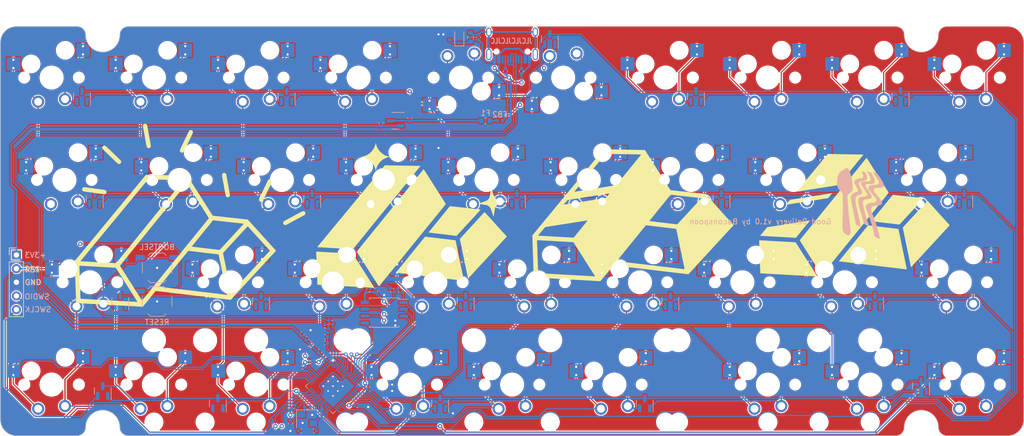
<source format=kicad_pcb>
(kicad_pcb (version 20221018) (generator pcbnew)
  (layers (0 "F.Cu" signal) (31 "B.Cu" signal) (34 "B.Paste" user) (35 "F.Paste" user) (36 "B.SilkS" user "B.Silkscreen") (37 "F.SilkS" user "F.Silkscreen") (38 "B.Mask" user) (39 "F.Mask" user) (44 "Edge.Cuts" user))
  (net 0 "")
  (net 1 "ROW 0")
  (net 2 "ROW 1")
  (net 3 "ROW 2")
  (net 4 "ROW 3")
  (net 5 "COL 0")
  (net 6 "COL 1")
  (net 7 "COL 2")
  (net 8 "COL 3")
  (net 9 "COL 4")
  (net 10 "COL 5")
  (net 11 "COL 6")
  (net 12 "COL 7")
  (net 13 "COL 8")
  (net 14 "COL 9")
  (net 15 "Net-(MX1-ROW)")
  (net 16 "Net-(MX6-ROW)")
  (net 17 "Net-(MX2-ROW)")
  (net 18 "Net-(MX7-ROW)")
  (net 19 "Net-(MX3-ROW)")
  (net 20 "Net-(MX4-ROW)")
  (net 21 "Net-(MX8-ROW)")
  (net 22 "Net-(MX9-ROW)")
  (net 23 "Net-(MX13-ROW)")
  (net 24 "Net-(MX10-ROW)")
  (net 25 "Net-(MX14-ROW)")
  (net 26 "Net-(MX11-ROW)")
  (net 27 "Net-(MX15-ROW)")
  (net 28 "Net-(MX12-ROW)")
  (net 29 "Net-(MX16-ROW)")
  (net 30 "Net-(MX20-ROW)")
  (net 31 "Net-(MX17-ROW)")
  (net 32 "Net-(MX21-ROW)")
  (net 33 "Net-(MX18-ROW)")
  (net 34 "Net-(MX22-ROW)")
  (net 35 "Net-(MX19-ROW)")
  (net 36 "Net-(MX23-ROW)")
  (net 37 "Net-(MX24-ROW)")
  (net 38 "Net-(MX28-ROW)")
  (net 39 "Net-(MX25-ROW)")
  (net 40 "Net-(MX29-ROW)")
  (net 41 "Net-(MX26-ROW)")
  (net 42 "Net-(MX30-ROW)")
  (net 43 "Net-(MX27-ROW)")
  (net 44 "Net-(MX31-ROW)")
  (net 45 "Net-(MX32-ROW)")
  (net 46 "Net-(MX35-ROW)")
  (net 48 "Net-(MX36-ROW)")
  (net 49 "Net-(MX33-ROW)")
  (net 50 "Net-(MX37-ROW)")
  (net 51 "Net-(MX34-ROW)")
  (net 52 "Net-(MX38-ROW)")
  (net 54 "+1V1")
  (net 55 "GND")
  (net 56 "+3V3")
  (net 57 "XTAL_IN")
  (net 58 "Net-(C_Crystal2-Pad2)")
  (net 59 "+5V")
  (net 60 "D-")
  (net 61 "D+")
  (net 62 "RESET")
  (net 63 "SWDIO")
  (net 64 "SWCLK")
  (net 65 "XTAL_OUT")
  (net 66 "Net-(U1-USB_DP)")
  (net 67 "Net-(U1-USB_DM)")
  (net 68 "Net-(R_Flash1-Pad2)")
  (net 69 "Net-(R_Flash2-Pad2)")
  (net 70 "CS")
  (net 87 "SD3")
  (net 88 "QSPI_CLK")
  (net 89 "SD0")
  (net 90 "SD2")
  (net 91 "SD1")
  (net 93 "Earth")
  (net 94 "GNDPWR")
  (net 95 "Net-(F1-Pad1)")
  (net 96 "VBUS")
  (net 97 "Net-(J3-CC1)")
  (net 99 "Net-(J3-CC2)")
  (footprint "MX_Hotswap_Alps_Solder:1U-MX-Hotswap-Alps-Solder-PadSwapped" (layer "F.Cu") (at 90.487644 104.179854)
    (fp_text reference "MX11")
    (fp_text value "MX-NoLED")
  )
  (footprint "MX_Hotswap_Alps_Solder:1U-MX-Hotswap-Alps-Solder-PadSwapped" (layer "F.Cu") (at 204.787644 104.179854)
    (fp_text reference "MX33")
    (fp_text value "MX-NoLED")
  )
  (footprint "MX_Hotswap_Alps_Solder:1U-MX-Hotswap-Alps-Solder-PadSwapped" (layer "F.Cu") (at 157.162644 85.129854)
    (fp_text reference "MX21")
    (fp_text value "MX-NoLED")
  )
  (footprint "MX_Hotswap_Alps_Solder:1.75U-MX-Hotswap-Alps-Solder-PadSwapped" (layer "F.Cu") (at 64.293894 104.179854)
    (fp_text reference "MX3")
    (fp_text value "MX-NoLED")
  )
  (footprint "MX_Hotswap_Alps_Solder:1U-MX-Hotswap-Alps-Solder-PadSwapped" (layer "F.Cu") (at 80.962644 85.129854)
    (fp_text reference "MX7")
    (fp_text value "MX-NoLED")
  )
  (footprint "MX_Hotswap_Alps_Solder:1U-MX-Hotswap-Alps-Solder-PadSwapped" (layer "F.Cu") (at 76.200144 123.229854)
    (fp_text reference "MX8")
    (fp_text value "MX-NoLED")
  )
  (footprint "MX_Hotswap_Alps_Solder:1U-MX-Hotswap-Alps-Solder-PadSwapped" (layer "F.Cu") (at 95.250144 123.229854)
    (fp_text reference "MX12")
    (fp_text value "MX-NoLED")
  )
  (footprint "MX_Hotswap_Alps_Solder:1U-MX-Hotswap-Alps-Solder-PadSwapped" (layer "F.Cu") (at 109.537644 104.179854)
    (fp_text reference "MX15")
    (fp_text value "MX-NoLED")
  )
  (footprint "MX_Hotswap_Alps_Solder:1U-MX-Hotswap-Alps-Solder-PadSwapped" (layer "F.Cu") (at 171.450144 66.079854)
    (fp_text reference "MX24")
    (fp_text value "MX-NoLED")
  )
  (footprint "MX_Hotswap_Alps_Solder:2U-MX-Hotswap-Alps-Solder-PadSwapped-ReversedStabilizers" (layer "F.Cu") (at 161.925144 123.229854)
    (fp_text reference "MX27")
    (fp_text value "MX-NoLED")
  )
  (footprint "MX_Hotswap_Alps_Solder:1U-MX-Hotswap-Alps-Solder-PadSwapped" (layer "F.Cu") (at 76.200144 66.079854)
    (fp_text reference "MX6")
    (fp_text value "MX-NoLED")
  )
  (footprint "MX_Hotswap_Alps_Solder:1U-MX-Hotswap-Alps-Solder-PadSwapped" (layer "F.Cu") (at 119.062644 85.129854)
    (fp_text reference "MX14")
    (fp_text value "MX-NoLED")
  )
  (footprint "MX_Hotswap_Alps_Solder:1.25U-MX-Hotswap-Alps-Solder-PadSwapped" (layer "F.Cu") (at 226.218894 104.179854)
    (fp_text reference "MX37")
    (fp_text value "MX-NoLED")
  )
  (footprint "MX_Hotswap_Alps_Solder:1U-MX-Hotswap-Alps-Solder-PadSwapped" (layer "F.Cu") (at 195.262644 85.129854)
    (fp_text reference "MX29")
    (fp_text value "MX-NoLED")
  )
  (footprint "MX_Hotswap_Alps_Solder:1U-MX-Hotswap-Alps-Solder-PadSwapped" (layer "F.Cu") (at 133.350144 66.079854 180)
    (fp_text reference "MX16")
    (fp_text value "MX-NoLED")
  )
  (footprint "MX_Hotswap_Alps_Solder:1U-MX-Hotswap-Alps-Solder-PadSwapped" (layer "F.Cu") (at 138.112644 85.129854)
    (fp_text reference "MX17")
    (fp_text value "MX-NoLED")
  )
  (footprint "MX_Hotswap_Alps_Solder:1U-MX-Hotswap-Alps-Solder-PadSwapped" (layer "F.Cu") (at 114.300144 66.079854)
    (fp_text reference "MX13")
    (fp_text value "MX-NoLED")
  )
  (footprint "MX_Hotswap_Alps_Solder:4,6,7,8,10u-MX-Hotswap-Alps-Solder-PadSwapped-ReversedStabilizers" (layer "F.Cu") (at 142.87536 123.229998)
    (fp_text reference "MX23" hide)
    (fp_text value "MX-NoLED" hide)
  )
  (footprint "MX_Hotswap_Alps_Solder:1U-MX-Hotswap-Alps-Solder-PadSwapped" (layer "F.Cu") (at 166.687644 104.179854)
    (fp_text reference "MX26")
    (fp_text value "MX-NoLED")
  )
  (footprint "MX_Hotswap_Alps_Solder:1U-MX-Hotswap-Alps-Solder-PadSwapped" (layer "F.Cu") (at 128.587644 104.179854)
    (fp_text reference "MX18")
    (fp_text value "MX-NoLED")
  )
  (footprint "MX_Hotswap_Alps_Solder:1U-MX-Hotswap-Alps-Solder-PadSwapped" (layer "F.Cu") (at 228.600144 123.229854)
    (fp_text reference "MX38")
    (fp_text value "MX-NoLED")
  )
  (footprint "MX_Hotswap_Alps_Solder:1.25U-MX-Hotswap-Alps-Solder-PadSwapped" (layer "F.Cu") (at 59.531394 85.129854)
    (fp_text reference "MX2")
    (fp_text value "MX-NoLED")
  )
  (footprint "MX_Hotswap_Alps_Solder:1U-MX-Hotswap-Alps-Solder-PadSwapped" (layer "F.Cu") (at 228.600144 66.079854)
    (fp_text reference "MX35")
    (fp_text value "MX-NoLED")
  )
  (footprint "MX_Hotswap_Alps_Solder:1U-MX-Hotswap-Alps-Solder-PadSwapped" (layer "F.Cu") (at 57.150144 66.079854)
    (fp_text reference "MX1")
    (fp_text value "MX-NoLED")
  )
  (footprint "Connector_PinHeader_2.54mm:PinHeader_1x05_P2.54mm_Vertical" (layer "F.Cu") (at 50.60169 99.10495)
    (fp_text reference "J2" hide)
    (fp_text value "SWD" hide)
  )
  (footprint "MX_Hotswap_Alps_Solder:1.75U-MX-Hotswap-Alps-Solder-PadSwapped" (layer "F.Cu") (at 221.456394 85.129854)
    (fp_text reference "MX36")
    (fp_text value "MX-NoLED")
  )
  (footprint "MX_Hotswap_Alps_Solder:1U-MX-Hotswap-Alps-Solder-PadSwapped" (layer "F.Cu") (at 190.500144 66.079854)
    (fp_text reference "MX28")
    (fp_text value "MX-NoLED")
  )
  (footprint "MX_Hotswap_Alps_Solder:2U-MX-Hotswap-Alps-Solder-PadSwapped-ReversedStabilizers" (layer "F.Cu") (at 123.825144 123.229854)
    (fp_text reference "MX19")
    (fp_text value "MX-NoLED")
  )
  (footprint "MX_Hotswap_Alps_Solder:1U-MX-Hotswap-Alps-Solder-PadSwapped" (layer "F.Cu") (at 57.150144 123.229854)
    (fp_text reference "MX4")
    (fp_text value "MX-NoLED")
  )
  (footprint "MX_Hotswap_Alps_Solder:1U-MX-Hotswap-Alps-Solder-PadSwapped" (layer "F.Cu") (at 209.550144 66.079854)
    (fp_text reference "MX32")
    (fp_text value "MX-NoLED")
  )
  (footprint "MX_Hotswap_Alps_Solder:1U-MX-Hotswap-Alps-Solder-PadSwapped" (layer "F.Cu") (at 190.500144 123.229854)
    (fp_text reference "MX31")
    (fp_text value "MX-NoLED")
  )
  (footprint "MX_Hotswap_Alps_Solder:1U-MX-Hotswap-Alps-Solder-PadSwapped" (layer "F.Cu") (at 95.250144 66.079854)
    (fp_text reference "MX9")
    (fp_text value "MX-NoLED")
  )
  (footprint "MX_Hotswap_Alps_Solder:1U-MX-Hotswap-Alps-Solder-PadSwapped" (layer "F.Cu") (at 209.550144 123.229854)
    (fp_text reference "MX34")
    (fp_text value "MX-NoLED")
  )
  (footprint "MX_Hotswap_Alps_Solder:1U-MX-Hotswap-Alps-Solder-PadSwapped" (layer "F.Cu") (at 147.637644 104.179854)
    (fp_text reference "MX22")
    (fp_text value "MX-NoLED")
  )
  (footprint "MX_Hotswap_Alps_Solder:1U-MX-Hotswap-Alps-Solder-PadSwapped" (layer "F.Cu") (at 185.737644 104.179854)
    (fp_text reference "MX30")
    (fp_text value "MX-NoLED")
  )
  (footprint "MX_Hotswap_Alps_Solder:1U-MX-Hotswap-Alps-Solder-PadSwapped" (layer "F.Cu") (at 152.400144 66.079854 180)
    (fp_text reference "MX20")
    (fp_text value "MX-NoLED")
  )
  (footprint "MX_Hotswap_Alps_Solder:1U-MX-Hotswap-Alps-Solder-PadSwapped" (layer "F.Cu") (at 100.012644 85.129854)
    (fp_text reference "MX10")
    (fp_text value "MX-NoLED")
  )
  (footprint "MX_Hotswap_Alps_Solder:1U-MX-Hotswap-Alps-Solder-PadSwapped" (layer "F.Cu") (at 176.212644 85.129854)
    (fp_text reference "MX25")
    (fp_text value "MX-NoLED")
  )
  (footprint "Good Delivery:good-delivery-bars-silkscreen" (layer "F.Cu") (at 142.87536 91.678356)
    (fp_text reference "G1" hide)
    (fp_text value "Logo_Open_Hardware_Small" hide)
  )
  (footprint "Resistor_SMD:R_0402_1005Metric" (layer "B.Cu") (at 109.144175 111.621375 -45)
    (fp_text reference "R_DATA1" hide)
    (fp_text value "27")
  )
  (footprint "Resistor_SMD:R_0402_1005Metric" (layer "B.Cu") (at 141.62536 64.915168 -90)
    (fp_text reference "R2" hide)
    (fp_text value "5k1")
  )
  (footprint "Capacitor_SMD:C_0402_1005Metric" (layer "B.Cu") (at 105.668235 115.490916 45)
    (fp_text reference "C_3V-Decoup5" hide)
    (fp_text value "100n" hide)
  )
  (footprint "Connector_USB:USB_C_Receptacle_HRO_TYPE-C-31-M-12" (layer "B.Cu") (at 142.87536 58.638429)
    (fp_text reference "J3" hide)
    (fp_text value "USB_C_Receptacle_USB2.0")
  )
  (footprint "Capacitor_SMD:C_0402_1005Metric" (layer "B.Cu") (at 101.605144 130.446109 -90)
    (fp_text reference "C_3V-Decoup8" hide)
    (fp_text value "100n" hide)
  )
  (footprint "Package_TO_SOT_SMD:SOT-23" (layer "B.Cu") (at 88.106472 126.717354 90)
    (fp_text reference "D8" hide)
    (fp_text value "BAV70")
  )
  (footprint "Capacitor_SMD:C_0402_1005Metric" (layer "B.Cu") (at 108.049491 115.490916 180)
    (fp_text reference "C_1V-Decoup1" hide)
    (fp_text value "1u" hide)
  )
  (footprint "Package_TO_SOT_SMD:SOT-23" (layer "B.Cu") (at 62.805783 69.567258 90)
    (fp_text reference "D1" hide)
    (fp_text value "BAV70")
  )
  (footprint "Capacitor_SMD:C_0402_1005Metric" (layer "B.Cu") (at 107.15652 116.979201 45)
    (fp_text reference "C_3V-Decoup4" hide)
    (fp_text value "100n" hide)
  )
  (footprint "Capacitor_SMD:C_0402_1005Metric" (layer "B.Cu") (at 136.624563 58.570458 -90)
    (fp_text reference "C1" hide)
    (fp_text value "100nF")
  )
  (footprint "Package_TO_SOT_SMD:SOT-23" (layer "B.Cu") (at 121.146399 74.116593 180)
    (fp_text reference "U3" hide)
    (fp_text value "XC6206P332MR" hide)
  )
  (footprint "Package_TO_SOT_SMD:SOT-23" (layer "B.Cu") (at 215.206167 69.567258 90)
    (fp_text reference "D17" hide)
    (fp_text value "BAV70")
  )
  (footprint "Resistor_SMD:R_0402_1005Metric" (layer "B.Cu") (at 122.03937 105.668235 -45)
    (fp_text reference "R_Flash3" hide)
    (fp_text value "1k" hide)
  )
  (footprint "Package_TO_SOT_SMD:SOT-23" (layer "B.Cu") (at 134.243463 107.667354 90)
    (fp_text reference "D11" hide)
    (fp_text value "BAV70")
  )
  (footprint "Resistor_SMD:R_0603_1608Metric" (layer "B.Cu") (at 135.136278 58.570458 -90)
    (fp_text reference "R1" hide)
    (fp_text value "1M")
  )
  (footprint "Package_TO_SOT_SMD:SOT-23" (layer "B.Cu") (at 219.018523 123.527655 90)
    (fp_text reference "D20" hide)
    (fp_text value "BAV70")
  )
  (footprint "Package_TO_SOT_SMD:SOT-23" (layer "B.Cu") (at 227.055262 88.617132 90)
    (fp_text reference "D18" hide)
    (fp_text value "BAV70")
  )
  (footprint "Fuse:Fuse_0603_1608Metric" (layer "B.Cu") (at 137.925505 74.116593 180)
    (fp_text reference "F1")
    (fp_text value "0603L075SLYR")
  )
  (footprint "Capacitor_SMD:C_0402_1005Metric" (layer "B.Cu") (at 116.383887 124.122969)
    (fp_text reference "C_3V-Decoup6" hide)
    (fp_text value "100n" hide)
  )
  (footprint "Capacitor_SMD:C_0402_1005Metric" (layer "B.Cu") (at 117.574515 105.668235 45)
    (fp_text reference "C_Flash1" hide)
    (fp_text value "100n" hide)
  )
  (footprint "Capacitor_SMD:C_0402_1005Metric" (layer "B.Cu") (at 118.467486 74.586593 90)
    (fp_text reference "C_LD2" hide)
    (fp_text value "1u" hide)
  )
  (footprint "Package_TO_SOT_SMD:SOT-23" (layer "B.Cu") (at 105.668391 88.617306 90)
    (fp_text reference "D6" hide)
    (fp_text value "BAV70")
  )
  (footprint "cipulot_parts:RP2040-QFN-56" (layer "B.Cu") (at 109.537776 123.527655 135)
    (fp_text reference "U1" hide)
    (fp_text value "RP2040" hide)
  )
  (footprint "Capacitor_SMD:C_0402_1005Metric" (layer "B.Cu") (at 114.002631 127.099539)
    (fp_text reference "C_3V-Decoup9" hide)
    (fp_text value "100n" hide)
  )
  (footprint "Package_TO_SOT_SMD:SOT-23" (layer "B.Cu") (at 172.343559 107.667354 90)
    (fp_text reference "D15" hide)
    (fp_text value "BAV70")
  )
  (footprint "Resistor_SMD:R_0402_1005Metric" (layer "B.Cu") (at 108.347148 112.418402 -45)
    (fp_text reference "R_DATA2" hide)
    (fp_text value "27")
  )
  (footprint "Package_TO_SOT_SMD:SOT-23" (layer "B.Cu") (at 181.868583 88.617306 90)
    (fp_text reference "D14" hide)
    (fp_text value "BAV70")
  )
  (footprint "Resistor_SMD:R_0402_1005Metric" (layer "B.Cu") (at 52.982946 101.13495 -90)
    (fp_text reference "R_RST1" hide)
    (fp_text value "5k1")
  )
  (footprint "Button_Switch_SMD:SW_SPST_TL3342" (layer "B.Cu") (at 76.795506 101.501037)
    (fp_text reference "SW2" hide)
    (fp_text value "BOOTSEL")
  )
  (footprint "Capacitor_SMD:C_0402_1005Metric" (layer "B.Cu") (at 123.825312 73.636593 90)
    (fp_text reference "C_LD1" hide)
    (fp_text value "1u" hide)
  )
  (footprint "Package_TO_SOT_SMD:SOT-23" (layer "B.Cu") (at 69.949551 107.667354 90)
    (fp_text reference "D3" hide)
    (fp_text value "BAV70")
  )
  (footprint "Package_TO_SOT_SMD:SOT-23" (layer "B.Cu") (at 100.905879 69.567258 90)
    (fp_text reference "D5" hide)
    (fp_text value "BAV70")
  )
  (footprint "Capacitor_SMD:C_0402_1005Metric" (layer "B.Cu") (at 108.049491 117.872172 45)
    (fp_text reference "C_3V-Decoup3" hide)
    (fp_text value "100n" hide)
  )
  (footprint "Resistor_SMD:R_0402_1005Metric" (layer "B.Cu") (at 116.08623 105.668235 45)
    (fp_text reference "R_Flash1" hide)
    (fp_text value "5k1" hide)
  )
  (footprint "Package_TO_SOT_SMD:SOT-23" (layer "B.Cu") (at 177.106071 69.567258 90)
    (fp_text reference "D13" hide)
    (fp_text value "BAV70")
  )
  (footprint "Capacitor_SMD:C_0402_1005Metric" (layer "B.Cu") (at 103.584636 131.862051 180)
    (fp_text reference "C_Crystal2" hide)
    (fp_text value "22p" hide)
  )
  (footprint "Good Delivery:baconspoon-logo-15mm" (layer "B.Cu") (at 207.466929 89.594757 180)
    (fp_text reference "G2" hide)
    (fp_text value "Logo_Open_Hardware_Small" hide)
  )
  (footprint "Diode_SMD:D_SOD-323" (layer "B.Cu") (at 133.052679 58.570458 90)
    (fp_text reference "D21" hide)
    (fp_text value "BSD3C051V")
  )
  (footprint "Resistor_SMD:R_0402_1005Metric" (layer "B.Cu") (at 120.551085 105.668235 -45)
    (fp_text reference "R_Flash2" hide)
    (fp_text value "5k1" hide)
  )
  (footprint "Package_TO_SOT_SMD:SOT-23" (layer "B.Cu") (at 66.675168 124.420626 90)
    (fp_text reference "D4" hide)
    (fp_text value "BAV70")
  )
  (footprint "Package_TO_SOT_SMD:SOT-23" (layer "B.Cu") (at 143.768487 88.617306 90)
    (fp_text reference "D10" hide)
    (fp_text value "BAV70")
  )
  (footprint "Package_TO_SOT_SMD:SOT-23" (layer "B.Cu") (at 210.443655 107.667354 90)
    (fp_text reference "D19" hide)
    (fp_text value "BAV70")
  )
  (footprint "Capacitor_SMD:C_0402_1005Metric" (layer "B.Cu") (at 108.049491 114.300288 180)
    (fp_text reference "C_1V-Decoup2" hide)
    (fp_text value "100n" hide)
  )
  (footprint "Resistor_SMD:R_0402_1005Metric" (layer "B.Cu") (at 104.775264 127.397195)
    (fp_text reference "R_Crystal1" hide)
    (fp_text value "1k" hide)
  )
  (footprint "Button_Switch_SMD:SW_SPST_TL3342" (layer "B.Cu") (at 76.795506 107.751834)
    (fp_text reference "SW1" hide)
    (fp_text value "RESET")
  )
  (footprint "Package_SO:SOIC-8_5.23x5.23mm_P1.27mm" (layer "B.Cu") (at 119.0628 109.835433 180)
    (fp_text reference "U2" hide)
    (fp_text value "W25Q128JVS" hide)
  )
  (footprint "Capacitor_SMD:C_0402_1005Metric" (layer "B.Cu") (at 102.096351 127.397196 -135)
    (fp_text reference "C_1V-Decoup3" hide)
    (fp_text value "100n" hide)
  )
  (footprint "Resistor_SMD:R_0402_1005Metric" (layer "B.Cu") (at 144.62536 64.915168 -90)
    (fp_text reference "R3" hide)
    (fp_text value "5k1")
  )
  (footprint "Capacitor_SMD:C_0402_1005Metric" (layer "B.Cu") (at 105.965892 131.862051)
    (fp_text reference "C_Crystal1" hide)
    (fp_text value "22p" hide)
  )
  (footprint "Package_TO_SOT_SMD:SOT-23" (layer "B.Cu") (at 149.900144 58.936086 90)
    (fp_text reference "D9" hide)
    (fp_text value "BAV70")
  )
  (footprint "Capacitor_SMD:C_0402_1005Metric" (layer "B.Cu") (at 104.817018 114.597945 45)
    (fp_text reference "C_3V-Decoup2" hide)
    (fp_text value "1u" hide)
  )
  (footprint "Crystal:Crystal_SMD_3225-4Pin_3.2x2.5mm" (layer "B.Cu") (at 104.775264 129.596109)
    (fp_text reference "Y1" hide)
    (fp_text value "12MHz" hide)
  )
  (footprint "Capacitor_SMD:C_0402_1005Metric" (layer "B.Cu") (at 103.882293 119.955771 180)
    (fp_text reference "C_3V-Decoup7" hide)
    (fp_text value "100n" hide)
  )
  (footprint "Package_TO_SOT_SMD:SOT-23" (layer "B.Cu") (at 167.580891 126.717354 90)
    (fp_text reference "D16" hide)
    (fp_text value "BAV70")
  )
  (footprint "Package_TO_SOT_SMD:SOT-23" (layer "B.Cu") (at 65.187039 88.617306 90)
    (fp_text reference "D2" hide)
    (fp_text value "BAV70")
  )
  (footprint "Package_TO_SOT_SMD:SOT-23" (layer "B.Cu") (at 96.143367 107.667354 90)
    (fp_text reference "D7" hide)
    (fp_text value "BAV70")
  )
  (footprint "Inductor_SMD:L_0402_1005Metric" (layer "B.Cu") (at 131.266737 58.570458 90)
    (fp_text reference "FB1" hide)
    (fp_text value "BLM15PX121SN1D")
  )
  (footprint "Capacitor_SMD:C_0402_1005Metric" (layer "B.Cu") (at 103.882293 113.704974 45)
    (fp_text reference "C_3V-Decoup1" hide)
    (fp_text value "10u" hide)
  )
  (footprint "Inductor_SMD:L_0402_1005Metric" (layer "B.Cu") (at 140.604418 74.116593 180)
    (fp_text reference "FB2")
    (fp_text value "BLM15PX121SN1D")
  )
  (footprint "Package_TO_SOT_SMD:SOT-23" (layer "B.Cu") (at 129.480795 126.717354 90)
    (fp_text reference "D12" hide)
    (fp_text value "BAV70")
  )
  (gr_line (start 47.62504 129.778234) (end 47.62504 59.5313) (stroke (width 0.1)) (layer "Edge.Cuts"))
  (gr_line (start 223.82 56.554735) (end 235.148635 56.554735) (stroke (width 0.1)) (layer "Edge.Cuts"))
  (gr_arc (start 222.24 58.135) (mid 222.702738 57.017689) (end 223.82 56.55483) (stroke (width 0.1)) (layer "Edge.Cuts"))
  (gr_arc (start 238.1256 129.778452) (mid 237.253783 131.883205) (end 235.14903 132.755022) (stroke (width 0.1)) (layer "Edge.Cuts"))
  (gr_line (start 238.1252 59.5313) (end 238.1252 129.778234) (stroke (width 0.1)) (layer "Edge.Cuts"))
  (gr_arc (start 69.84 58.135) (mid 70.302738 57.017689) (end 71.42 56.55483) (stroke (width 0.1)) (layer "Edge.Cuts"))
  (gr_line (start 71.42 132.755022) (end 214.319999 132.755022) (stroke (width 0.1)) (layer "Edge.Cuts"))
  (gr_arc (start 215.9 131.18) (mid 219.07 128.01) (end 222.24 131.18) (stroke (width 0.1)) (layer "Edge.Cuts"))
  (gr_line (start 223.82 132.755022) (end 235.14903 132.755022) (stroke (width 0.1)) (layer "Edge.Cuts"))
  (gr_arc (start 47.62512 59.5314) (mid 48.496937 57.426648) (end 50.60169 56.55483) (stroke (width 0.1)) (layer "Edge.Cuts"))
  (gr_arc (start 222.24 58.135) (mid 219.07 61.305) (end 215.9 58.135) (stroke (width 0.1)) (layer "Edge.Cuts"))
  (gr_arc (start 223.82 132.755022) (mid 222.703803 132.294739) (end 222.24 131.18) (stroke (width 0.1)) (layer "Edge.Cuts"))
  (gr_line (start 71.42 56.55483) (end 214.32 56.55483) (stroke (width 0.1)) (layer "Edge.Cuts"))
  (gr_arc (start 235.14903 56.55483) (mid 237.253783 57.426647) (end 238.1256 59.5314) (stroke (width 0.1)) (layer "Edge.Cuts"))
  (gr_arc (start 214.32 56.55483) (mid 215.437263 57.017686) (end 215.9 58.135) (stroke (width 0.1)) (layer "Edge.Cuts"))
  (gr_arc (start 50.60169 132.755022) (mid 48.496938 131.883205) (end 47.62512 129.778452) (stroke (width 0.1)) (layer "Edge.Cuts"))
  (gr_line (start 61.912552 132.754799) (end 50.601605 132.754799) (stroke (width 0.1)) (layer "Edge.Cuts"))
  (gr_arc (start 71.42 132.755022) (mid 70.303802 132.29474) (end 69.84 131.18) (stroke (width 0.1)) (layer "Edge.Cuts"))
  (gr_arc (start 69.84 58.135) (mid 66.67 61.305) (end 63.5 58.135) (stroke (width 0.1)) (layer "Edge.Cuts"))
  (gr_arc (start 61.92 56.55483) (mid 63.037263 57.017686) (end 63.5 58.135) (stroke (width 0.1)) (layer "Edge.Cuts"))
  (gr_arc (start 215.9 131.18) (mid 215.436198 132.29474) (end 214.319999 132.755022) (stroke (width 0.1)) (layer "Edge.Cuts"))
  (gr_arc (start 63.5 131.18) (mid 66.67 128.01) (end 69.84 131.18) (stroke (width 0.1)) (layer "Edge.Cuts"))
  (gr_arc (start 63.5 131.18) (mid 63.036196 132.294738) (end 61.92 132.755022) (stroke (width 0.1)) (layer "Edge.Cuts"))
  (gr_line (start 50.601605 56.554735) (end 61.912552 56.554735) (stroke (width 0.1)) (layer "Edge.Cuts"))
  (gr_text "SWDIO\n" (at 56.852487 107.454177) (layer "B.SilkS") (effects (font (size 1 1)) (justify left bottom mirror)))
  (gr_text "+3V3" (at 56.257173 99.715095) (layer "B.SilkS") (effects (font (size 1 1)) (justify left bottom mirror)))
  (gr_text "RST\n" (at 55.066545 102.394008) (layer "B.SilkS") (effects (font (size 1 1)) (justify left bottom mirror)))
  (gr_text "GND" (at 55.364202 104.775264) (layer "B.SilkS") (effects (font (size 1 1)) (justify left bottom mirror)))
  (gr_text "SWCLK" (at 57.150144 109.835433) (layer "B.SilkS") (effects (font (size 1 1)) (justify left bottom mirror)))
  (gr_text "JLCJLCJLCJLC\n" (at 146.744901 59.829057) (layer "B.SilkS") (effects (font (size 1 0.75) (thickness 0.153)) (justify left bottom mirror)))
  (gr_text "Good Delivery v1.0 by Baconspoon" (at 202.40676 93.464298) (layer "B.SilkS") (effects (font (size 1 1)) (justify left bottom mirror)))
  (gr_text "GND" (at 52.089975 104.775264) (layer "F.SilkS") (effects (font (size 1 1)) (justify left bottom)))
  (gr_text "RST" (at 52.089975 102.394008) (layer "F.SilkS") (effects (font (size 1 1)) (justify left bottom)))
  (segment (start 128.255849 71.221854) (end 130.043849 73.009854) (width 0.2) (layer "F.Cu") (net 1))
  (segment (start 123.825312 68.629758) (end 126.417408 71.221854) (width 0.2) (layer "F.Cu") (net 1))
  (segment (start 130.043849 73.009854) (end 142.513645 73.009854) (width 0.2) (layer "F.Cu") (net 1))
  (segment (start 126.417408 71.221854) (end 128.255849 71.221854) (width 0.2) (layer "F.Cu") (net 1))
  (segment (start 142.513645 73.009854) (end 144.363645 71.159854) (width 0.2) (layer "F.Cu") (net 1))
  (via (at 123.825312 68.629758) (size 0.8) (drill 0.4) (layers "F.Cu" "B.Cu") (net 1))
  (via (at 144.363645 71.159854) (size 0.8) (drill 0.4) (layers "F.Cu" "B.Cu") (net 1))
  (segment (start 210.49228 132.488998) (end 110.945367 132.488998) (width 0.2) (layer "B.Cu") (net 1))
  (segment (start 149.451248 57.998586) (end 148.075144 59.37469) (width 0.2) (layer "B.Cu") (net 1))
  (segment (start 236.842001 124.634624) (end 231.521769 129.954854) (width 0.2) (layer "B.Cu") (net 1))
  (segment (start 146.095144 65.572442) (end 146.095144 68.497854) (width 0.2) (layer "B.Cu") (net 1))
  (segment (start 149.900144 57.998586) (end 155.698876 57.998586) (width 0.2) (layer "B.Cu") (net 1))
  (segment (start 155.698876 57.998586) (end 166.330048 68.629758) (width 0.2) (layer "B.Cu") (net 1))
  (segment (start 146.095144 68.497854) (end 144.363645 70.229353) (width 0.2) (layer "B.Cu") (net 1))
  (segment (start 149.900144 57.998586) (end 149.451248 57.998586) (width 0.2) (layer "B.Cu") (net 1))
  (segment (start 166.330048 68.629758) (end 177.106071 68.629758) (width 0.2) (layer "B.Cu") (net 1))
  (segment (start 236.842001 73.806456) (end 236.842001 124.634624) (width 0.2) (layer "B.Cu") (net 1))
  (segment (start 108.662731 127.513969) (end 107.996266 128.180434) (width 0.2) (layer "B.Cu") (net 1))
  (segment (start 215.206167 68.629758) (end 231.665303 68.629758) (width 0.2) (layer "B.Cu") (net 1))
  (segment (start 177.106071 68.629758) (end 215.206167 68.629758) (width 0.2) (layer "B.Cu") (net 1))
  (segment (start 148.075144 63.592442) (end 146.095144 65.572442) (width 0.2) (layer "B.Cu") (net 1))
  (segment (start 62.805783 68.629758) (end 100.905879 68.629758) (width 0.2) (layer "B.Cu") (net 1))
  (segment (start 107.996266 128.180434) (end 107.996266 129.539898) (width 0.2) (layer "B.Cu") (net 1))
  (segment (start 216.207525 126.773754) (end 210.49228 132.488998) (width 0.2) (layer "B.Cu") (net 1))
  (segment (start 221.755965 126.773754) (end 216.207525 126.773754) (width 0.2) (layer "B.Cu") (net 1))
  (segment (start 231.521769 129.954854) (end 224.937065 129.954854) (width 0.2) (layer "B.Cu") (net 1))
  (segment (start 148.075144 59.37469) (end 148.075144 63.592442) (width 0.2) (layer "B.Cu") (net 1))
  (segment (start 231.665303 68.629758) (end 236.842001 73.806456) (width 0.2) (layer "B.Cu") (net 1))
  (segment (start 107.996266 129.539898) (end 110.945367 132.488998) (width 0.2) (layer "B.Cu") (net 1))
  (segment (start 100.905879 68.629758) (end 123.825312 68.629758) (width 0.2) (layer "B.Cu") (net 1))
  (segment (start 144.363645 70.229353) (end 144.363645 71.159854) (width 0.2) (layer "B.Cu") (net 1))
  (segment (start 224.937065 129.954854) (end 221.755965 126.773754) (width 0.2) (layer "B.Cu") (net 1))
  (segment (start 111.111052 132.088998) (end 210.326595 132.088998) (width 0.2) (layer "B.Cu") (net 2))
  (segment (start 231.356084 129.554854) (end 236.442001 124.468938) (width 0.2) (layer "B.Cu") (net 2))
  (segment (start 108.403372 128.339014) (end 108.403372 129.381318) (width 0.2) (layer "B.Cu") (net 2))
  (segment (start 210.326595 132.088998) (end 216.041839 126.373754) (width 0.2) (layer "B.Cu") (net 2))
  (segment (start 236.442001 94.459612) (end 229.662022 87.679632) (width 0.2) (layer "B.Cu") (net 2))
  (segment (start 108.403372 129.381318) (end 111.111052 132.088998) (width 0.2) (layer "B.Cu") (net 2))
  (segment (start 65.187039 87.679806) (end 227.055088 87.679806) (width 0.25) (layer "B.Cu") (net 2))
  (segment (start 216.041839 126.373754) (end 221.921651 126.373754) (width 0.2) (layer "B.Cu") (net 2))
  (segment (start 225.102751 129.554854) (end 231.356084 129.554854) (width 0.2) (layer "B.Cu") (net 2))
  (segment (start 221.921651 126.373754) (end 225.102751 129.554854) (width 0.2) (layer "B.Cu") (net 2))
  (segment (start 236.442001 124.468938) (end 236.442001 94.459612) (width 0.2) (layer "B.Cu") (net 2))
  (segment (start 229.662022 87.679632) (end 227.055262 87.679632) (width 0.2) (layer "B.Cu") (net 2))
  (segment (start 108.945574 127.796812) (end 108.403372 128.339014) (width 0.2) (layer "B.Cu") (net 2))
  (segment (start 188.910268 129.154854) (end 189.724124 128.340998) (width 0.2) (layer "B.Cu") (net 3))
  (segment (start 231.190399 129.154854) (end 236.042001 124.303252) (width 0.2) (layer "B.Cu") (net 3))
  (segment (start 118.404678 131.66908) (end 131.357365 131.66908) (width 0.2) (layer "B.Cu") (net 3))
  (segment (start 222.087337 125.973754) (end 225.268437 129.154854) (width 0.2) (layer "B.Cu") (net 3))
  (segment (start 110.674164 128.340998) (end 115.076596 128.340998) (width 0.2) (layer "B.Cu") (net 3))
  (segment (start 115.076596 128.340998) (end 118.404678 131.66908) (width 0.2) (layer "B.Cu") (net 3))
  (segment (start 134.243463 106.729854) (end 172.343559 106.729854) (width 0.2) (layer "B.Cu") (net 3))
  (segment (start 170.674124 128.340998) (end 174.639524 128.340998) (width 0.2) (layer "B.Cu") (net 3))
  (segment (start 151.57738 129.154854) (end 169.860268 129.154854) (width 0.2) (layer "B.Cu") (net 3))
  (segment (start 131.357365 131.66908) (end 134.685591 128.340854) (width 0.2) (layer "B.Cu") (net 3))
  (segment (start 189.724124 128.340998) (end 191.276596 128.340998) (width 0.2) (layer "B.Cu") (net 3))
  (segment (start 113.800056 106.729854) (end 116.260289 104.269621) (width 0.2) (layer "B.Cu") (net 3))
  (segment (start 215.321499 125.973754) (end 222.087337 125.973754) (width 0.2) (layer "B.Cu") (net 3))
  (segment (start 137.991739 129.554998) (end 147.996764 129.554998) (width 0.2) (layer "B.Cu") (net 3))
  (segment (start 201.615453 129.154854) (end 207.960268 129.154854) (width 0.2) (layer "B.Cu") (net 3))
  (segment (start 134.685591 128.340854) (end 136.777593 128.340854) (width 0.2) (layer "B.Cu") (net 3))
  (segment (start 236.042001 113.487706) (end 229.284149 106.729854) (width 0.2) (layer "B.Cu") (net 3))
  (segment (start 200.801596 128.340998) (end 201.615453 129.154854) (width 0.2) (layer "B.Cu") (net 3))
  (segment (start 208.824955 128.290167) (end 210.275765 128.290167) (width 0.2) (layer "B.Cu") (net 3))
  (segment (start 225.268437 129.154854) (end 231.190399 129.154854) (width 0.2) (layer "B.Cu") (net 3))
  (segment (start 149.210908 128.340854) (end 150.76338 128.340854) (width 0.2) (layer "B.Cu") (net 3))
  (segment (start 191.276596 128.340998) (end 191.904922 128.969324) (width 0.2) (layer "B.Cu") (net 3))
  (segment (start 150.76338 128.340854) (end 151.57738 129.154854) (width 0.2) (layer "B.Cu") (net 3))
  (segment (start 175.453381 129.154854) (end 188.910268 129.154854) (width 0.2) (layer "B.Cu") (net 3))
  (segment (start 210.275765 128.290167) (end 210.640452 128.654854) (width 0.2) (layer "B.Cu") (net 3))
  (segment (start 174.639524 128.340998) (end 175.453381 129.154854) (width 0.2) (layer "B.Cu") (net 3))
  (segment (start 229.284149 106.729854) (end 210.443655 106.729854) (width 0.2) (layer "B.Cu") (net 3))
  (segment (start 136.777593 128.340854) (end 137.991739 129.554998) (width 0.2) (layer "B.Cu") (net 3))
  (segment (start 172.343559 106.729854) (end 210.443655 106.729854) (width 0.2) (layer "B.Cu") (net 3))
  (segment (start 147.996764 129.554998) (end 149.210908 128.340854) (width 0.2) (layer "B.Cu") (net 3))
  (segment (start 69.949551 106.729854) (end 96.143367 106.729854) (width 0.2) (layer "B.Cu") (net 3))
  (segment (start 236.042001 124.303252) (end 236.042001 113.487706) (width 0.2) (layer "B.Cu") (net 3))
  (segment (start 210.640452 128.654854) (end 212.640399 128.654854) (width 0.2) (layer "B.Cu") (net 3))
  (segment (start 110.129978 127.796812) (end 110.674164 128.340998) (width 0.2) (layer "B.Cu") (net 3))
  (segment (start 124.291617 106.729854) (end 134.243463 106.729854) (width 0.2) (layer "B.Cu") (net 3))
  (segment (start 191.904922 128.969324) (end 198.620798 128.969324) (width 0.2) (layer "B.Cu") (net 3))
  (segment (start 207.960268 129.154854) (end 208.824955 128.290167) (width 0.2) (layer "B.Cu") (net 3))
  (segment (start 96.143367 106.729854) (end 113.800056 106.729854) (width 0.2) (layer "B.Cu") (net 3))
  (segment (start 121.831384 104.269621) (end 124.291617 106.729854) (width 0.2) (layer "B.Cu") (net 3))
  (segment (start 169.860268 129.154854) (end 170.674124 128.340998) (width 0.2) (layer "B.Cu") (net 3))
  (segment (start 116.260289 104.269621) (end 121.831384 104.269621) (width 0.2) (layer "B.Cu") (net 3))
  (segment (start 198.620798 128.969324) (end 199.249124 128.340998) (width 0.2) (layer "B.Cu") (net 3))
  (segment (start 199.249124 128.340998) (end 200.801596 128.340998) (width 0.2) (layer "B.Cu") (net 3))
  (segment (start 212.640399 128.654854) (end 215.321499 125.973754) (width 0.2) (layer "B.Cu") (net 3))
  (segment (start 124.420626 128.587824) (end 120.919596 132.088854) (width 0.2) (layer "F.Cu") (net 4))
  (segment (start 102.691665 124.420626) (end 110.359893 132.088854) (width 0.2) (layer "F.Cu") (net 4))
  (segment (start 110.359893 132.088854) (end 120.919596 132.088854) (width 0.2) (layer "F.Cu") (net 4))
  (via (at 102.691665 124.420626) (size 0.8) (drill 0.4) (layers "F.Cu" "B.Cu") (net 4))
  (via (at 124.420626 128.587824) (size 0.8) (drill 0.4) (layers "F.Cu" "B.Cu") (net 4))
  (segment (start 124.420626 127.099539) (end 125.740311 125.779854) (width 0.2) (layer "B.Cu") (net 4))
  (segment (start 129.480795 125.779854) (end 167.580891 125.779854) (width 0.25) (layer "B.Cu") (net 4))
  (segment (start 217.002255 122.590155) (end 219.018523 122.590155) (width 0.2) (layer "B.Cu") (net 4))
  (segment (start 100.905723 124.420626) (end 99.546495 125.779854) (width 0.2) (layer "B.Cu") (net 4))
  (segment (start 102.691665 124.420626) (end 100.905723 124.420626) (width 0.2) (layer "B.Cu") (net 4))
  (segment (start 69.641004 123.483126) (end 71.937732 125.779854) (width 0.2) (layer "B.Cu") (net 4))
  (segment (start 213.812556 125.779854) (end 217.002255 122.590155) (width 0.2) (layer "B.Cu") (net 4))
  (segment (start 71.937732 125.779854) (end 88.106472 125.779854) (width 0.2) (layer "B.Cu") (net 4))
  (segment (start 103.048234 124.777195) (end 102.691665 124.420626) (width 0.2) (layer "B.Cu") (net 4))
  (segment (start 124.420626 128.587824) (end 124.420626 127.099539) (width 0.2) (layer "B.Cu") (net 4))
  (segment (start 66.675168 123.483126) (end 69.641004 123.483126) (width 0.2) (layer "B.Cu") (net 4))
  (segment (start 103.048234 124.777195) (end 104.611281 124.777195) (width 0.2) (layer "B.Cu") (net 4))
  (segment (start 104.611281 124.777195) (end 105.268619 124.119857) (width 0.2) (layer "B.Cu") (net 4))
  (segment (start 167.580891 125.779854) (end 213.812556 125.779854) (width 0.2) (layer "B.Cu") (net 4))
  (segment (start 129.480795 125.779854) (end 125.740311 125.779854) (width 0.2) (layer "B.Cu") (net 4))
  (segment (start 99.546495 125.779854) (end 88.106472 125.779854) (width 0.2) (layer "B.Cu") (net 4))
  (segment (start 54.650144 70.579854) (end 54.650144 79.597104) (width 0.2) (layer "F.Cu") (net 5))
  (segment (start 57.208894 102.401854) (end 57.208894 104.094854) (width 0.2) (layer "F.Cu") (net 5))
  (segment (start 61.793894 108.679854) (end 61.793894 113.704974) (width 0.25) (layer "F.Cu") (net 5))
  (segment (start 57.208894 104.094854) (end 61.793894 108.679854) (width 0.2) (layer "F.Cu") (net 5))
  (segment (start 59.261884 116.236984) (end 61.793894 113.704974) (width 0.25) (layer "F.Cu") (net 5))
  (segment (start 52.419394 83.351854) (end 52.419394 85.017854) (width 0.2) (layer "F.Cu") (net 5))
  (segment (start 53.729014 116.236984) (end 59.261884 116.236984) (width 0.25) (layer "F.Cu") (net 5))
  (segment (start 50.038144 123.117854) (end 54.650144 127.729854) (width 0.2) (layer "F.Cu") (net 5))
  (segment (start 50.038144 65.967854) (end 54.650144 70.579854) (width 0.2) (layer "F.Cu") (net 5))
  (segment (start 57.031394 89.629854) (end 57.031394 100.700354) (width 0.2) (layer "F.Cu") (net 5))
  (segment (start 50.038144 121.451854) (end 50.038144 123.117854) (width 0.2) (layer "F.Cu") (net 5))
  (segment (start 50.038144 64.301854) (end 50.038144 65.967854) (width 0.2) (layer "F.Cu") (net 5))
  (segment (start 54.650144 79.597104) (end 52.419394 81.827854) (width 0.2) (layer "F.Cu") (net 5))
  (segment (start 52.419394 85.017854) (end 57.031394 89.629854) (width 0.2) (layer "F.Cu") (net 5))
  (segment (start 53.729014 116.236984) (end 50.038144 119.927854) (width 0.25) (layer "F.Cu") (net 5))
  (segment (start 77.973849 119.999854) (end 85.115447 119.999854) (width 0.2) (layer "B.Cu") (net 5))
  (segment (start 97.671291 121.204854) (end 94.50629 118.039854) (width 0.2) (layer "B.Cu") (net 5))
  (segment (start 76.413849 118.439854) (end 77.973849 119.999854) (width 0.2) (layer "B.Cu") (net 5))
  (segment (start 50.038144 120.886169) (end 52.084459 118.839854) (width 0.2) (layer "B.Cu") (net 5))
  (segment (start 67.893428 118.439854) (end 76.413849 118.439854) (width 0.2) (layer "B.Cu") (net 5))
  (segment (start 66.333428 119.999854) (end 67.893428 118.439854) (width 0.2) (layer "B.Cu") (net 5))
  (segment (start 105.834304 122.369768) (end 104.669391 121.204854) (width 0.2) (layer "B.Cu") (net 5))
  (segment (start 94.50629 118.039854) (end 87.075447 118.039854) (width 0.2) (layer "B.Cu") (net 5))
  (segment (start 57.224855 118.839854) (end 58.384855 119.999854) (width 0.2) (layer "B.Cu") (net 5))
  (segment (start 52.084459 118.839854) (end 57.224855 118.839854) (width 0.2) (layer "B.Cu") (net 5))
  (segment (start 58.384855 119.999854) (end 66.333428 119.999854) (width 0.2) (layer "B.Cu") (net 5))
  (segment (start 87.075447 118.039854) (end 85.115447 119.999854) (width 0.2) (layer "B.Cu") (net 5))
  (segment (start 104.669391 121.204854) (end 97.671291 121.204854) (width 0.2) (layer "B.Cu") (net 5))
  (segment (start 78.462644 96.858871) (end 69.088144 106.233371) (width 0.25) (layer "F.Cu") (net 6))
  (segment (start 69.088144 64.301854) (end 69.088144 65.967854) (width 0.2) (layer "F.Cu") (net 6))
  (segment (start 69.088144 65.967854) (end 73.700144 70.579854) (width 0.2) (layer "F.Cu") (net 6))
  (segment (start 69.088144 123.117854) (end 73.700144 127.729854) (width 0.2) (layer "F.Cu") (net 6))
  (segment (start 69.088144 106.233371) (end 69.088144 119.927854) (width 0.25) (layer "F.Cu") (net 6))
  (segment (start 73.700144 70.579854) (end 73.700144 81.677354) (width 0.2) (layer "F.Cu") (net 6))
  (segment (start 69.088144 121.451854) (end 69.088144 123.117854) (width 0.2) (layer "F.Cu") (net 6))
  (segment (start 73.850644 83.351854) (end 73.850644 85.017854) (width 0.2) (layer "F.Cu") (net 6))
  (segment (start 78.462644 89.629854) (end 78.462644 96.858871) (width 0.25) (layer "F.Cu") (net 6))
  (segment (start 73.850644 85.017854) (end 78.462644 89.629854) (width 0.2) (layer "F.Cu") (net 6))
  (segment (start 76.248163 118.839854) (end 71.134459 118.839854) (width 0.2) (layer "B.Cu") (net 6))
  (segment (start 77.808164 120.399854) (end 76.248163 118.839854) (width 0.2) (layer "B.Cu") (net 6))
  (segment (start 71.134459 118.839854) (end 69.088144 120.886169) (width 0.2) (layer "B.Cu") (net 6))
  (segment (start 94.340605 118.439854) (end 87.241133 118.439854) (width 0.2) (layer "B.Cu") (net 6))
  (segment (start 97.505605 121.604854) (end 94.340605 118.439854) (width 0.2) (layer "B.Cu") (net 6))
  (segment (start 105.551462 122.65261) (end 104.503706 121.604854) (width 0.2) (layer "B.Cu") (net 6))
  (segment (start 87.241133 118.439854) (end 85.281133 120.399854) (width 0.2) (layer "B.Cu") (net 6))
  (segment (start 85.281133 120.399854) (end 77.808164 120.399854) (width 0.2) (layer "B.Cu") (net 6))
  (segment (start 104.503706 121.604854) (end 97.505605 121.604854) (width 0.2) (layer "B.Cu") (net 6))
  (segment (start 89.917644 97.224854) (end 97.512644 89.629854) (width 0.25) (layer "F.Cu") (net 7))
  (segment (start 83.375644 102.401854) (end 83.375644 104.067854) (width 0.2) (layer "F.Cu") (net 7))
  (segment (start 83.375644 100.877854) (end 87.028644 97.224854) (width 0.25) (layer "F.Cu") (net 7))
  (segment (start 88.138144 123.117854) (end 92.750144 127.729854) (width 0.2) (layer "F.Cu") (net 7))
  (segment (start 92.900644 85.017854) (end 97.512644 89.629854) (width 0.2) (layer "F.Cu") (net 7))
  (segment (start 88.138144 65.967854) (end 92.750144 70.579854) (width 0.2) (layer "F.Cu") (net 7))
  (segment (start 87.028644 97.224854) (end 89.917644 97.224854) (width 0.25) (layer "F.Cu") (net 7))
  (segment (start 89.112644 118.953354) (end 88.138144 119.927854) (width 0.2) (layer "F.Cu") (net 7))
  (segment (start 92.900644 83.351854) (end 92.900644 85.017854) (width 0.2) (layer "F.Cu") (net 7))
  (segment (start 87.987644 108.679854) (end 89.112644 109.804854) (width 0.2) (layer "F.Cu") (net 7))
  (segment (start 89.112644 109.804854) (end 89.112644 118.953354) (width 0.2) (layer "F.Cu") (net 7))
  (segment (start 88.138144 64.301854) (end 88.138144 65.967854) (width 0.2) (layer "F.Cu") (net 7))
  (segment (start 83.375644 104.067854) (end 87.987644 108.679854) (width 0.2) (layer "F.Cu") (net 7))
  (segment (start 92.750144 70.579854) (end 92.750144 81.677354) (width 0.2) (layer "F.Cu") (net 7))
  (segment (start 88.138144 121.451854) (end 88.138144 123.117854) (width 0.2) (layer "F.Cu") (net 7))
  (segment (start 97.339919 122.004854) (end 104.33802 122.004854) (width 0.2) (layer "B.Cu") (net 7))
  (segment (start 90.184459 118.839854) (end 94.174919 118.839854) (width 0.2) (layer "B.Cu") (net 7))
  (segment (start 104.33802 122.004854) (end 105.268619 122.935453) (width 0.2) (layer "B.Cu") (net 7))
  (segment (start 94.174919 118.839854) (end 97.339919 122.004854) (width 0.2) (layer "B.Cu") (net 7))
  (segment (start 88.138144 120.886169) (end 90.184459 118.839854) (width 0.2) (layer "B.Cu") (net 7))
  (segment (start 111.800144 70.579854) (end 111.800144 81.677354) (width 0.2) (layer "F.Cu") (net 8))
  (segment (start 102.425644 104.067854) (end 102.425644 102.401854) (width 0.2) (layer "F.Cu") (net 8))
  (segment (start 104.362293 117.094515) (end 107.037644 114.419164) (width 0.2) (layer "F.Cu") (net 8))
  (segment (start 107.037644 108.679854) (end 107.037644 114.419164) (width 0.2) (layer "F.Cu") (net 8))
  (segment (start 104.362293 117.872172) (end 104.362293 117.094515) (width 0.2) (layer "F.Cu") (net 8))
  (segment (start 108.967644 97.224854) (end 116.562644 89.629854) (width 0.25) (layer "F.Cu") (net 8))
  (segment (start 107.188144 64.301854) (end 107.188144 65.967854) (width 0.2) (layer "F.Cu") (net 8))
  (segment (start 107.188144 65.967854) (end 111.800144 70.579854) (width 0.2) (layer "F.Cu") (net 8))
  (segment (start 102.425644 100.877854) (end 106.078644 97.224854) (width 0.25) (layer "F.Cu") (net 8))
  (segment (start 107.037644 108.679854) (end 102.425644 104.067854) (width 0.2) (layer "F.Cu") (net 8))
  (segment (start 111.950644 83.351854) (end 111.950644 85.017854) (width 0.2) (layer "F.Cu") (net 8))
  (segment (start 111.950644 85.017854) (end 116.562644 89.629854) (width 0.2) (layer "F.Cu") (net 8))
  (segment (start 106.078644 97.224854) (end 108.967644 97.224854) (width 0.25) (layer "F.Cu") (net 8))
  (via (at 104.362293 117.872172) (size 0.8) (drill 0.4) (layers "F.Cu" "B.Cu") (net 8))
  (segment (start 105.062293 119.900701) (end 106.682832 121.52124) (width 0.2) (layer "B.Cu") (net 8))
  (segment (start 105.062293 118.572172) (end 105.062293 119.900701) (width 0.2) (layer "B.Cu") (net 8))
  (segment (start 104.362293 117.872172) (end 105.062293 118.572172) (width 0.2) (layer "B.Cu") (net 8))
  (segment (start 121.475644 104.067854) (end 126.087644 108.679854) (width 0.2) (layer "F.Cu") (net 9))
  (segment (start 130.850144 62.079854) (end 130.850144 65.232266) (width 0.2) (layer "F.Cu") (net 9))
  (segment (start 128.017644 97.224854) (end 135.612644 89.629854) (width 0.25) (layer "F.Cu") (net 9))
  (segment (start 121.475644 102.401854) (end 121.475644 104.067854) (width 0.2) (layer "F.Cu") (net 9))
  (segment (start 131.000644 75.414354) (end 127.508144 71.921854) (width 0.2) (layer "F.Cu") (net 9))
  (segment (start 116.713144 121.451854) (end 116.713144 123.117854) (width 0.2) (layer "F.Cu") (net 9))
  (segment (start 125.128644 97.224854) (end 128.017644 97.224854) (width 0.25) (layer "F.Cu") (net 9))
  (segment (start 130.850144 65.232266) (end 127.508144 68.574266) (width 0.2) (layer "F.Cu") (net 9))
  (segment (start 116.713144 123.117854) (end 121.325144 127.729854) (width 0.2) (layer "F.Cu") (net 9))
  (segment (start 127.508144 68.574266) (end 127.508144 70.397854) (width 0.2) (layer "F.Cu") (net 9))
  (segment (start 131.000644 83.351854) (end 131.000644 85.017854) (width 0.2) (layer "F.Cu") (net 9))
  (segment (start 126.087644 108.679854) (end 126.087644 110.553354) (width 0.2) (layer "F.Cu") (net 9))
  (segment (start 131.000644 81.827854) (end 131.000644 75.414354) (width 0.2) (layer "F.Cu") (net 9))
  (segment (start 126.087644 110.553354) (end 116.713144 119.927854) (width 0.2) (layer "F.Cu") (net 9))
  (segment (start 121.475644 100.877854) (end 125.128644 97.224854) (width 0.25) (layer "F.Cu") (net 9))
  (segment (start 131.000644 85.017854) (end 135.612644 89.629854) (width 0.2) (layer "F.Cu") (net 9))
  (segment (start 118.863459 127.729854) (end 121.325144 127.729854) (width 0.2) (layer "B.Cu") (net 9))
  (segment (start 116.712819 125.579216) (end 118.863459 127.729854) (width 0.2) (layer "B.Cu") (net 9))
  (segment (start 112.958405 124.968385) (end 113.569238 125.579216) (width 0.2) (layer "B.Cu") (net 9))
  (segment (start 113.569238 125.579216) (end 116.712819 125.579216) (width 0.2) (layer "B.Cu") (net 9))
  (segment (start 140.525644 104.067854) (end 145.137644 108.679854) (width 0.2) (layer "F.Cu") (net 10))
  (segment (start 144.367316 97.224854) (end 147.067644 97.224854) (width 0.25) (layer "F.Cu") (net 10))
  (segment (start 135.76336 121.451998) (end 135.76336 123.117998) (width 0.2) (layer "F.Cu") (net 10))
  (segment (start 150.050644 83.351854) (end 150.050644 85.017854) (width 0.2) (layer "F.Cu") (net 10))
  (segment (start 145.137644 110.553714) (end 135.76336 119.927998) (width 0.2) (layer "F.Cu") (net 10))
  (segment (start 150.050644 85.017854) (end 154.662644 89.629854) (width 0.2) (layer "F.Cu") (net 10))
  (segment (start 159.512144 66.191854) (end 159.512144 67.857854) (width 0.2) (layer "F.Cu") (net 10))
  (segment (start 147.067644 97.224854) (end 154.662644 89.629854) (width 0.25) (layer "F.Cu") (net 10))
  (segment (start 140.525644 102.401854) (end 140.525644 104.067854) (width 0.2) (layer "F.Cu") (net 10))
  (segment (start 140.525644 100.877854) (end 144.367316 97.224854) (width 0.25) (layer "F.Cu") (net 10))
  (segment (start 154.900144 61.579854) (end 159.512144 66.191854) (width 0.2) (layer "F.Cu") (net 10))
  (segment (start 135.76336 123.117998) (end 140.37536 127.729998) (width 0.2) (layer "F.Cu") (net 10))
  (segment (start 150.050644 81.827854) (end 150.050644 78.843354) (width 0.2) (layer "F.Cu") (net 10))
  (segment (start 145.137644 108.679854) (end 145.137644 110.553714) (width 0.2) (layer "F.Cu") (net 10))
  (segment (start 150.050644 78.843354) (end 159.512144 69.381854) (width 0.2) (layer "F.Cu") (net 10))
  (segment (start 112.675562 125.251228) (end 113.403553 125.979216) (width 0.2) (layer "B.Cu") (net 10))
  (segment (start 113.403553 125.979216) (end 116.547133 125.979216) (width 0.2) (layer "B.Cu") (net 10))
  (segment (start 116.547133 125.979216) (end 120.436998 129.86908) (width 0.2) (layer "B.Cu") (net 10))
  (segment (start 132.025993 129.86908) (end 134.35422 127.540854) (width 0.2) (layer "B.Cu") (net 10))
  (segment (start 140.186216 127.540854) (end 134.35422 127.540854) (width 0.2) (layer "B.Cu") (net 10))
  (segment (start 120.436998 129.86908) (end 132.025993 129.86908) (width 0.2) (layer "B.Cu") (net 10))
  (segment (start 154.813144 123.117854) (end 159.425144 127.729854) (width 0.2) (layer "F.Cu") (net 11))
  (segment (start 169.100644 85.017854) (end 173.712644 89.629854) (width 0.2) (layer "F.Cu") (net 11))
  (segment (start 164.338144 64.301854) (end 164.338144 65.967854) (width 0.2) (layer "F.Cu") (net 11))
  (segment (start 169.100644 83.351854) (end 169.100644 85.017854) (width 0.2) (layer "F.Cu") (net 11))
  (segment (start 164.187644 108.679854) (end 164.187644 110.553354) (width 0.2) (layer "F.Cu") (net 11))
  (segment (start 154.813144 121.451854) (end 154.813144 123.117854) (width 0.2) (layer "F.Cu") (net 11))
  (segment (start 163.413693 97.224854) (end 166.117644 97.224854) (width 0.25) (layer "F.Cu") (net 11))
  (segment (start 166.117644 97.224854) (end 173.712644 89.629854) (width 0.25) (layer "F.Cu") (net 11))
  (segment (start 159.575644 104.067854) (end 164.187644 108.679854) (width 0.2) (layer "F.Cu") (net 11))
  (segment (start 159.575644 102.401854) (end 159.575644 104.067854) (width 0.2) (layer "F.Cu") (net 11))
  (segment (start 164.187644 110.553354) (end 154.813144 119.927854) (width 0.2) (layer "F.Cu") (net 11))
  (segment (start 159.575644 100.877854) (end 163.413693 97.224854) (width 0.25) (layer "F.Cu") (net 11))
  (segment (start 164.338144 65.967854) (end 168.950144 70.579854) (width 0.2) (layer "F.Cu") (net 11))
  (segment (start 168.950144 70.579854) (end 168.950144 81.677354) (width 0.2) (layer "F.Cu") (net 11))
  (segment (start 132.191679 130.26908) (end 134.519906 127.940854) (width 0.2) (layer "B.Cu") (net 11))
  (segment (start 112.39272 125.53407) (end 113.237868 126.379216) (width 0.2) (layer "B.Cu") (net 11))
  (segment (start 149.256222 127.729854) (end 159.425144 127.729854) (width 0.2) (layer "B.Cu") (net 11))
  (segment (start 147.831078 129.154998) (end 149.256222 127.729854) (width 0.2) (layer "B.Cu") (net 11))
  (segment (start 134.519906 127.940854) (end 136.943279 127.940854) (width 0.2) (layer "B.Cu") (net 11))
  (segment (start 136.943279 127.940854) (end 138.157424 129.154998) (width 0.2) (layer "B.Cu") (net 11))
  (segment (start 138.157424 129.154998) (end 147.831078 129.154998) (width 0.2) (layer "B.Cu") (net 11))
  (segment (start 113.237868 126.379216) (end 116.381447 126.379216) (width 0.2) (layer "B.Cu") (net 11))
  (segment (start 116.381447 126.379216) (end 120.271311 130.26908) (width 0.2) (layer "B.Cu") (net 11))
  (segment (start 120.271311 130.26908) (end 132.191679 130.26908) (width 0.2) (layer "B.Cu") (net 11))
  (segment (start 183.388144 65.967854) (end 188.000144 70.579854) (width 0.2) (layer "F.Cu") (net 12))
  (segment (start 183.388144 123.117854) (end 188.000144 127.729854) (width 0.2) (layer "F.Cu") (net 12))
  (segment (start 188.000144 70.579854) (end 188.000144 81.677354) (width 0.2) (layer "F.Cu") (net 12))
  (segment (start 183.388144 121.451854) (end 183.388144 123.117854) (width 0.2) (layer "F.Cu") (net 12))
  (segment (start 183.388144 64.301854) (end 183.388144 65.967854) (width 0.2) (layer "F.Cu") (net 12))
  (segment (start 188.150644 83.351854) (end 188.150644 85.017854) (width 0.2) (layer "F.Cu") (net 12))
  (segment (start 185.167644 97.224854) (end 192.762644 89.629854) (width 0.25) (layer "F.Cu") (net 12))
  (segment (start 183.237644 108.679854) (end 183.237644 119.777354) (width 0.2) (layer "F.Cu") (net 12))
  (segment (start 178.625644 102.401854) (end 178.625644 104.067854) (width 0.2) (layer "F.Cu") (net 12))
  (segment (start 183.06263 97.224854) (end 185.167644 97.224854) (width 0.25) (layer "F.Cu") (net 12))
  (segment (start 188.150644 85.017854) (end 192.762644 89.629854) (width 0.2) (layer "F.Cu") (net 12))
  (segment (start 178.625644 104.067854) (end 183.237644 108.679854) (width 0.2) (layer "F.Cu") (net 12))
  (segment (start 178.625644 100.877854) (end 183.06263 97.224854) (width 0.25) (layer "F.Cu") (net 12))
  (segment (start 133.419244 113.933723) (end 134.721869 112.631098) (width 0.2) (layer "B.Cu") (net 12))
  (segment (start 118.004144 126.304854) (end 124.649625 126.304854) (width 0.2) (layer "B.Cu") (net 12))
  (segment (start 126.236196 124.718283) (end 129.149127 124.718283) (width 0.2) (layer "B.Cu") (net 12))
  (segment (start 124.649625 126.304854) (end 126.236196 124.718283) (width 0.2) (layer "B.Cu") (net 12))
  (segment (start 116.878505 125.179216) (end 118.004144 126.304854) (width 0.2) (layer "B.Cu") (net 12))
  (segment (start 113.734923 125.179216) (end 116.878505 125.179216) (width 0.2) (layer "B.Cu") (net 12))
  (segment (start 133.419244 120.448166) (end 133.419244 113.933723) (width 0.2) (layer "B.Cu") (net 12))
  (segment (start 113.241248 124.685542) (end 113.734923 125.179216) (width 0.2) (layer "B.Cu") (net 12))
  (segment (start 134.721869 112.631098) (end 176.091388 112.631098) (width 0.2) (layer "B.Cu") (net 12))
  (segment (start 183.388144 119.927854) (end 176.091388 112.631098) (width 0.2) (layer "B.Cu") (net 12))
  (segment (start 129.149127 124.718283) (end 133.419244 120.448166) (width 0.2) (layer "B.Cu") (net 12))
  (segment (start 202.438144 64.301854) (end 202.438144 65.967854) (width 0.2) (layer "F.Cu") (net 13))
  (segment (start 202.438144 65.967854) (end 207.050144 70.579854) (width 0.2) (layer "F.Cu") (net 13))
  (segment (start 202.438144 121.451854) (end 202.438144 123.117854) (width 0.2) (layer "F.Cu") (net 13))
  (segment (start 207.050144 70.579854) (end 207.050144 91.503354) (width 0.2) (layer "F.Cu") (net 13))
  (segment (start 207.050144 91.503354) (end 197.675644 100.877854) (width 0.2) (layer "F.Cu") (net 13))
  (segment (start 197.675644 102.401854) (end 197.675644 104.067854) (width 0.2) (layer "F.Cu") (net 13))
  (segment (start 197.675644 104.067854) (end 202.287644 108.679854) (width 0.2) (layer "F.Cu") (net 13))
  (segment (start 202.438144 123.117854) (end 207.050144 127.729854) (width 0.2) (layer "F.Cu") (net 13))
  (segment (start 202.438144 108.830354) (end 202.438144 119.927854) (width 0.2) (layer "F.Cu") (net 13))
  (segment (start 131.29687 122.004854) (end 133.019244 120.28248) (width 0.2) (layer "B.Cu") (net 13))
  (segment (start 128.383939 122.004854) (end 131.29687 122.004854) (width 0.2) (layer "B.Cu") (net 13))
  (segment (start 202.438144 114.073007) (end 200.596235 112.231098) (width 0.2) (layer "B.Cu") (net 13))
  (segment (start 113.900608 124.779216) (end 117.044191 124.779216) (width 0.2) (layer "B.Cu") (net 13))
  (segment (start 124.483939 125.904854) (end 128.383939 122.004854) (width 0.2) (layer "B.Cu") (net 13))
  (segment (start 133.019244 120.28248) (end 133.019244 113.768037) (width 0.2) (layer "B.Cu") (net 13))
  (segment (start 117.044191 124.779216) (end 118.169829 125.904854) (width 0.2) (layer "B.Cu") (net 13))
  (segment (start 202.438144 119.927854) (end 202.438144 114.073007) (width 0.2) (layer "B.Cu") (net 13))
  (segment (start 134.556184 112.231098) (end 200.596235 112.231098) (width 0.2) (layer "B.Cu") (net 13))
  (segment (start 118.169829 125.904854) (end 124.483939 125.904854) (width 0.2) (layer "B.Cu") (net 13))
  (segment (start 133.019244 113.768037) (end 134.556184 112.231098) (width 0.2) (layer "B.Cu") (net 13))
  (segment (start 113.52409 124.4027) (end 113.900608 124.779216) (width 0.2) (layer "B.Cu") (net 13))
  (segment (start 214.371394 85.044854) (end 218.956394 89.629854) (width 0.2) (layer "F.Cu") (net 14))
  (segment (start 218.956394 89.629854) (end 218.956394 100.727354) (width 0.2) (layer "F.Cu") (net 14))
  (segment (start 130.600713 132.088998) (end 129.480795 130.96908) (width 0.2) (layer "F.Cu") (net 14))
  (segment (start 221.488144 64.301854) (end 221.488144 65.967854) (width 0.2) (layer "F.Cu") (net 14))
  (segment (start 214.371394 83.351854) (end 214.371394 85.044854) (width 0.2) (layer "F.Cu") (net 14))
  (segment (start 214.852144 81.827854) (end 214.371394 81.827854) (width 0.2) (layer "F.Cu") (net 14))
  (segment (start 223.718894 108.679854) (end 223.718894 117.697104) (width 0.25) (layer "F.Cu") (net 14))
  (segment (start 221.488144 121.451854) (end 210.851 132.088998) (width 0.2) (layer "F.Cu") (net 14))
  (segment (start 223.718894 117.697104) (end 221.488144 119.927854) (width 0.25) (layer "F.Cu") (net 14))
  (segment (start 221.488144 121.451854) (end 221.488144 123.117854) (width 0.2) (layer "F.Cu") (net 14))
  (segment (start 210.851 132.088998) (end 130.600713 132.088998) (width 0.2) (layer "F.Cu") (net 14))
  (segment (start 219.106894 104.067854) (end 223.718894 108.679854) (width 0.2) (layer "F.Cu") (net 14))
  (segment (start 219.106894 102.401854) (end 219.106894 104.067854) (width 0.2) (layer "F.Cu") (net 14))
  (segment (start 226.100144 70.579854) (end 214.852144 81.827854) (width 0.2) (layer "F.Cu") (net 14))
  (segment (start 221.488144 65.967854) (end 226.100144 70.579854) (width 0.2) (layer "F.Cu") (net 14))
  (segment (start 221.488144 123.117854) (end 226.100144 127.729854) (width 0.2) (layer "F.Cu") (net 14))
  (via (at 129.480795 130.96908) (size 0.8) (drill 0.4) (layers "F.Cu" "B.Cu") (net 14))
  (segment (start 110.978506 126.948284) (end 111.97122 127.940998) (width 0.2) (layer "B.Cu") (net 14))
  (segment (start 115.242282 127.940998) (end 118.270364 130.96908) (width 0.2) (layer "B.Cu") (net 14))
  (segment (start 111.97122 127.940998) (end 115.242282 127.940998) (width 0.2) (layer "B.Cu") (net 14))
  (segment (start 118.270364 130.96908) (end 129.480795 130.96908) (width 0.2) (layer "B.Cu") (net 14))
  (segment (start 59.650144 65.103854) (end 62.992144 61.761854) (width 0.2) (layer "F.Cu") (net 15))
  (segment (start 59.650144 70.079854) (end 59.650144 65.103854) (width 0.2) (layer "F.Cu") (net 15))
  (segment (start 61.855783 70.504758) (end 60.075048 70.504758) (width 0.25) (layer "B.Cu") (net 15))
  (segment (start 78.700144 70.079854) (end 78.700144 65.103854) (width 0.2) (layer "F.Cu") (net 16))
  (segment (start 78.700144 65.103854) (end 82.042144 61.761854) (width 0.2) (layer "F.Cu") (net 16))
  (segment (start 77.750144 69.129854) (end 78.700144 70.079854) (width 0.25) (layer "B.Cu") (net 16))
  (segment (start 63.755783 70.504758) (end 65.130687 69.129854) (width 0.25) (layer "B.Cu") (net 16))
  (segment (start 65.130687 69.129854) (end 77.750144 69.129854) (width 0.25) (layer "B.Cu") (net 16))
  (segment (start 62.031394 89.129854) (end 62.031394 84.153854) (width 0.2) (layer "F.Cu") (net 17))
  (segment (start 62.031394 84.153854) (end 65.373394 80.811854) (width 0.2) (layer "F.Cu") (net 17))
  (segment (start 64.237039 89.554806) (end 62.456346 89.554806) (width 0.25) (layer "B.Cu") (net 17))
  (segment (start 83.306544 84.309954) (end 86.804644 80.811854) (width 0.2) (layer "F.Cu") (net 18))
  (segment (start 83.306544 88.973754) (end 83.306544 84.309954) (width 0.2) (layer "F.Cu") (net 18))
  (segment (start 67.511991 88.179854) (end 82.512644 88.179854) (width 0.25) (layer "B.Cu") (net 18))
  (segment (start 82.512644 88.179854) (end 83.462644 89.129854) (width 0.25) (layer "B.Cu") (net 18))
  (segment (start 66.137039 89.554806) (end 67.511991 88.179854) (width 0.25) (layer "B.Cu") (net 18))
  (segment (start 66.793894 108.179854) (end 66.793894 103.203854) (width 0.2) (layer "F.Cu") (net 19))
  (segment (start 66.793894 103.203854) (end 70.135894 99.861854) (width 0.2) (layer "F.Cu") (net 19))
  (segment (start 68.999551 108.604854) (end 67.218894 108.604854) (width 0.25) (layer "B.Cu") (net 19))
  (segment (start 59.650144 122.253854) (end 62.992144 118.911854) (width 0.25) (layer "F.Cu") (net 20))
  (segment (start 59.650144 127.229854) (end 59.650144 122.253854) (width 0.25) (layer "F.Cu") (net 20))
  (segment (start 59.650144 127.229854) (end 63.85344 127.229854) (width 0.2) (layer "B.Cu") (net 20))
  (segment (start 63.85344 127.229854) (end 65.725168 125.358126) (width 0.2) (layer "B.Cu") (net 20))
  (segment (start 78.700144 127.229854) (end 78.700144 122.253854) (width 0.2) (layer "F.Cu") (net 21))
  (segment (start 78.700144 122.253854) (end 82.042144 118.911854) (width 0.2) (layer "F.Cu") (net 21))
  (segment (start 77.650144 126.179854) (end 78.700144 127.229854) (width 0.2) (layer "B.Cu") (net 21))
  (segment (start 67.625168 125.358126) (end 68.446896 126.179854) (width 0.2) (layer "B.Cu") (net 21))
  (segment (start 68.446896 126.179854) (end 77.650144 126.179854) (width 0.2) (layer "B.Cu") (net 21))
  (segment (start 97.750144 70.079854) (end 97.750144 65.103854) (width 0.2) (layer "F.Cu") (net 22))
  (segment (start 97.750144 65.103854) (end 101.092144 61.761854) (width 0.2) (layer "F.Cu") (net 22))
  (segment (start 99.955879 70.504758) (end 98.175048 70.504758) (width 0.25) (layer "B.Cu") (net 22))
  (segment (start 116.800144 70.079854) (end 116.800144 65.103854) (width 0.2) (layer "F.Cu") (net 23))
  (segment (start 116.800144 65.103854) (end 120.142144 61.761854) (width 0.2) (layer "F.Cu") (net 23))
  (segment (start 115.850144 69.129854) (end 116.800144 70.079854) (width 0.25) (layer "B.Cu") (net 23))
  (segment (start 101.855879 70.504758) (end 103.230783 69.129854) (width 0.25) (layer "B.Cu") (net 23))
  (segment (start 103.230783 69.129854) (end 115.850144 69.129854) (width 0.25) (layer "B.Cu") (net 23))
  (segment (start 102.512644 89.129854) (end 102.512644 84.153854) (width 0.2) (layer "F.Cu") (net 24))
  (segment (start 102.512644 84.153854) (end 105.854644 80.811854) (width 0.2) (layer "F.Cu") (net 24))
  (segment (start 104.718391 89.554806) (end 102.937596 89.554806) (width 0.25) (layer "B.Cu") (net 24))
  (segment (start 121.562644 84.153854) (end 124.904644 80.811854) (width 0.2) (layer "F.Cu") (net 25))
  (segment (start 121.562644 89.129854) (end 121.562644 84.153854) (width 0.2) (layer "F.Cu") (net 25))
  (segment (start 107.993343 88.179854) (end 120.612644 88.179854) (width 0.25) (layer "B.Cu") (net 25))
  (segment (start 106.618391 89.554806) (end 107.993343 88.179854) (width 0.25) (layer "B.Cu") (net 25))
  (segment (start 120.612644 88.179854) (end 121.562644 89.129854) (width 0.25) (layer "B.Cu") (net 25))
  (segment (start 92.987644 108.179854) (end 92.987644 103.203854) (width 0.2) (layer "F.Cu") (net 26))
  (segment (start 92.987644 103.203854) (end 96.329644 99.861854) (width 0.2) (layer "F.Cu") (net 26))
  (segment (start 95.193367 108.604854) (end 93.412644 108.604854) (width 0.25) (layer "B.Cu") (net 26))
  (segment (start 112.037644 108.179854) (end 112.037644 103.203854) (width 0.2) (layer "F.Cu") (net 27))
  (segment (start 112.037644 103.203854) (end 115.379644 99.861854) (width 0.2) (layer "F.Cu") (net 27))
  (segment (start 97.093367 108.604854) (end 98.468367 107.229854) (width 0.25) (layer "B.Cu") (net 27))
  (segment (start 111.087644 107.229854) (end 112.037644 108.179854) (width 0.25) (layer "B.Cu") (net 27))
  (segment (start 98.468367 107.229854) (end 111.087644 107.229854) (width 0.25) (layer "B.Cu") (net 27))
  (segment (start 97.750144 122.253854) (end 101.092144 118.911854) (width 0.2) (layer "F.Cu") (net 28))
  (segment (start 97.750144 127.229854) (end 97.750144 122.253854) (width 0.2) (layer "F.Cu") (net 28))
  (segment (start 90.406472 126.304854) (end 96.825144 126.304854) (width 0.2) (layer "B.Cu") (net 28))
  (segment (start 96.825144 126.304854) (end 97.750144 127.229854) (width 0.2) (layer "B.Cu") (net 28))
  (segment (start 89.056472 127.654854) (end 90.406472 126.304854) (width 0.2) (layer "B.Cu") (net 28))
  (segment (start 135.850144 61.579854) (end 135.850144 67.313559) (width 0.2) (layer "F.Cu") (net 29))
  (segment (start 139.374144 70.469854) (end 140.462144 69.381854) (width 0.2) (layer "F.Cu") (net 29))
  (segment (start 148.8285 64.293912) (end 148.8285 66.30391) (width 0.2) (layer "F.Cu") (net 29))
  (segment (start 136.393849 70.469854) (end 139.374144 70.469854) (width 0.2) (layer "F.Cu") (net 29))
  (segment (start 135.310144 69.386149) (end 136.393849 70.469854) (width 0.2) (layer "F.Cu") (net 29))
  (segment (start 135.310144 67.853559) (end 135.310144 69.386149) (width 0.2) (layer "F.Cu") (net 29))
  (segment (start 135.850144 67.313559) (end 135.310144 67.853559) (width 0.2) (layer "F.Cu") (net 29))
  (segment (start 145.750556 69.381854) (end 140.462144 69.381854) (width 0.2) (layer "F.Cu") (net 29))
  (segment (start 148.8285 66.30391) (end 145.750556 69.381854) (width 0.2) (layer "F.Cu") (net 29))
  (via (at 148.8285 64.293912) (size 0.8) (drill 0.4) (layers "F.Cu" "B.Cu") (net 29))
  (segment (start 148.475144 60.348586) (end 148.475144 63.940556) (width 0.2) (layer "B.Cu") (net 29))
  (segment (start 148.475144 63.940556) (end 148.8285 64.293912) (width 0.2) (layer "B.Cu") (net 29))
  (segment (start 148.950144 59.873586) (end 148.475144 60.348586) (width 0.2) (layer "B.Cu") (net 29))
  (segment (start 146.558144 70.397854) (end 149.900144 67.055854) (width 0.2) (layer "F.Cu") (net 30))
  (segment (start 149.900144 67.055854) (end 149.900144 62.079854) (width 0.2) (layer "F.Cu") (net 30))
  (segment (start 150.850144 61.129854) (end 149.900144 62.079854) (width 0.2) (layer "B.Cu") (net 30))
  (segment (start 150.850144 59.873586) (end 150.850144 61.129854) (width 0.2) (layer "B.Cu") (net 30))
  (segment (start 140.612644 89.129854) (end 140.612644 84.153854) (width 0.2) (layer "F.Cu") (net 31))
  (segment (start 140.612644 84.153854) (end 143.954644 80.811854) (width 0.2) (layer "F.Cu") (net 31))
  (segment (start 142.818487 89.554806) (end 141.037596 89.554806) (width 0.25) (layer "B.Cu") (net 31))
  (segment (start 159.662644 89.129854) (end 159.662644 84.153854) (width 0.2) (layer "F.Cu") (net 32))
  (segment (start 159.662644 84.153854) (end 163.004644 80.811854) (width 0.2) (layer "F.Cu") (net 32))
  (segment (start 144.718487 89.554806) (end 146.093439 88.179854) (width 0.25) (layer "B.Cu") (net 32))
  (segment (start 146.093439 88.179854) (end 158.712644 88.179854) (width 0.25) (layer "B.Cu") (net 32))
  (segment (start 158.712644 88.179854) (end 159.662644 89.129854) (width 0.25) (layer "B.Cu") (net 32))
  (segment (start 131.087644 108.179854) (end 131.087644 103.203854) (width 0.2) (layer "F.Cu") (net 33))
  (segment (start 131.087644 103.203854) (end 134.429644 99.861854) (width 0.2) (layer "F.Cu") (net 33))
  (segment (start 133.293463 108.604854) (end 131.512644 108.604854) (width 0.25) (layer "B.Cu") (net 33))
  (segment (start 150.137644 103.203854) (end 153.479644 99.861854) (width 0.2) (layer "F.Cu") (net 34))
  (segment (start 150.137644 108.179854) (end 150.137644 103.203854) (width 0.2) (layer "F.Cu") (net 34))
  (segment (start 136.568463 107.229854) (end 149.187644 107.229854) (width 0.25) (layer "B.Cu") (net 34))
  (segment (start 135.193463 108.604854) (end 136.568463 107.229854) (width 0.25) (layer "B.Cu") (net 34))
  (segment (start 149.187644 107.229854) (end 150.137644 108.179854) (width 0.25) (layer "B.Cu") (net 34))
  (segment (start 126.325144 122.253854) (end 129.667144 118.911854) (width 0.2) (layer "F.Cu") (net 35))
  (segment (start 126.325144 127.229854) (end 126.325144 122.253854) (width 0.2) (layer "F.Cu") (net 35))
  (segment (start 128.530795 127.654854) (end 126.750144 127.654854) (width 0.25) (layer "B.Cu") (net 35))
  (segment (start 145.37536 122.253998) (end 148.71736 118.911998) (width 0.25) (layer "F.Cu") (net 36))
  (segment (start 145.37536 127.229998) (end 145.37536 122.253998) (width 0.25) (layer "F.Cu") (net 36))
  (segment (start 131.805651 126.279998) (end 144.42536 126.279998) (width 0.25) (layer "B.Cu") (net 36))
  (segment (start 130.430795 127.654854) (end 131.805651 126.279998) (width 0.25) (layer "B.Cu") (net 36))
  (segment (start 144.42536 126.279998) (end 145.37536 127.229998) (width 0.25) (layer "B.Cu") (net 36))
  (segment (start 173.950144 70.079854) (end 173.950144 65.103854) (width 0.2) (layer "F.Cu") (net 37))
  (segment (start 173.950144 65.103854) (end 177.292144 61.761854) (width 0.2) (layer "F.Cu") (net 37))
  (segment (start 176.156071 70.504758) (end 174.375048 70.504758) (width 0.25) (layer "B.Cu") (net 37))
  (segment (start 193.000144 70.079854) (end 193.000144 65.103854) (width 0.2) (layer "F.Cu") (net 38))
  (segment (start 193.000144 65.103854) (end 196.342144 61.761854) (width 0.2) (layer "F.Cu") (net 38))
  (segment (start 178.056071 70.504758) (end 179.430975 69.129854) (width 0.25) (layer "B.Cu") (net 38))
  (segment (start 179.430975 69.129854) (end 192.050144 69.129854) (width 0.25) (layer "B.Cu") (net 38))
  (segment (start 192.050144 69.129854) (end 193.000144 70.079854) (width 0.25) (layer "B.Cu") (net 38))
  (segment (start 178.712644 84.153854) (end 182.054644 80.811854) (width 0.2) (layer "F.Cu") (net 39))
  (segment (start 178.712644 89.129854) (end 178.712644 84.153854) (width 0.2) (layer "F.Cu") (net 39))
  (segment (start 180.918583 89.554806) (end 179.137596 89.554806) (width 0.25) (layer "B.Cu") (net 39))
  (segment (start 197.762644 84.153854) (end 201.104644 80.811854) (width 0.2) (layer "F.Cu") (net 40))
  (segment (start 197.762644 89.129854) (end 197.762644 84.153854) (width 0.2) (layer "F.Cu") (net 40))
  (segment (start 196.812644 88.179854) (end 197.762644 89.129854) (width 0.25) (layer "B.Cu") (net 40))
  (segment (start 184.193535 88.179854) (end 196.812644 88.179854) (width 0.25) (layer "B.Cu") (net 40))
  (segment (start 182.818583 89.554806) (end 184.193535 88.179854) (width 0.25) (layer "B.Cu") (net 40))
  (segment (start 169.187644 108.179854) (end 169.187644 103.203854) (width 0.2) (layer "F.Cu") (net 41))
  (segment (start 169.187644 103.203854) (end 172.529644 99.861854) (width 0.2) (layer "F.Cu") (net 41))
  (segment (start 171.393559 108.604854) (end 169.612644 108.604854) (width 0.25) (layer "B.Cu") (net 41))
  (segment (start 188.237644 103.203854) (end 191.579644 99.861854) (width 0.2) (layer "F.Cu") (net 42))
  (segment (start 188.237644 108.179854) (end 188.237644 103.203854) (width 0.2) (layer "F.Cu") (net 42))
  (segment (start 174.668559 107.229854) (end 187.287644 107.229854) (width 0.25) (layer "B.Cu") (net 42))
  (segment (start 173.293559 108.604854) (end 174.668559 107.229854) (width 0.25) (layer "B.Cu") (net 42))
  (segment (start 187.287644 107.229854) (end 188.237644 108.179854) (width 0.25) (layer "B.Cu") (net 42))
  (segment (start 164.425144 127.229854) (end 164.425144 122.253854) (width 0.2) (layer "F.Cu") (net 43))
  (segment (start 164.425144 122.253854) (end 167.767144 118.911854) (width 0.2) (layer "F.Cu") (net 43))
  (segment (start 166.630891 127.654854) (end 164.850144 127.654854) (width 0.25) (layer "B.Cu") (net 43))
  (segment (start 193.000144 127.229854) (end 193.000144 122.253854) (width 0.2) (layer "F.Cu") (net 44))
  (segment (start 193.000144 122.253854) (end 196.342144 118.911854) (width 0.2) (layer "F.Cu") (net 44))
  (segment (start 192.050144 126.279854) (end 193.000144 127.229854) (width 0.25) (layer "B.Cu") (net 44))
  (segment (start 169.905891 126.279854) (end 192.050144 126.279854) (width 0.25) (layer "B.Cu") (net 44))
  (segment (start 168.530891 127.654854) (end 169.905891 126.279854) (width 0.25) (layer "B.Cu") (net 44))
  (segment (start 212.050144 65.103854) (end 215.392144 61.761854) (width 0.2) (layer "F.Cu") (net 45))
  (segment (start 212.050144 70.079854) (end 212.050144 65.103854) (width 0.2) (layer "F.Cu") (net 45))
  (segment (start 214.256167 70.504758) (end 212.475048 70.504758) (width 0.25) (layer "B.Cu") (net 45))
  (segment (start 231.100144 70.079854) (end 231.100144 65.103854) (width 0.2) (layer "F.Cu") (net 46))
  (segment (start 231.100144 65.103854) (end 234.442144 61.761854) (width 0.2) (layer "F.Cu") (net 46))
  (segment (start 216.156167 70.504758) (end 217.531071 69.129854) (width 0.25) (layer "B.Cu") (net 46))
  (segment (start 217.531071 69.129854) (end 230.150144 69.129854) (width 0.25) (layer "B.Cu") (net 46))
  (segment (start 230.150144 69.129854) (end 231.100144 70.079854) (width 0.25) (layer "B.Cu") (net 46))
  (segment (start 223.956394 84.153854) (end 227.298394 80.811854) (width 0.2) (layer "F.Cu") (net 48))
  (segment (start 223.956394 89.129854) (end 223.956394 84.153854) (width 0.2) (layer "F.Cu") (net 48))
  (segment (start 226.105262 89.554632) (end 224.381172 89.554632) (width 0.25) (layer "B.Cu") (net 48))
  (segment (start 207.287644 103.203854) (end 210.629644 99.861854) (width 0.2) (layer "F.Cu") (net 49))
  (segment (start 207.287644 108.179854) (end 207.287644 103.203854) (width 0.2) (layer "F.Cu") (net 49))
  (segment (start 209.493655 108.604854) (end 207.712644 108.604854) (width 0.25) (layer "B.Cu") (net 49))
  (segment (start 228.718894 103.203854) (end 232.060894 99.861854) (width 0.2) (layer "F.Cu") (net 50))
  (segment (start 228.718894 108.179854) (end 228.718894 103.203854) (width 0.2) (layer "F.Cu") (net 50))
  (segment (start 212.768655 107.229854) (end 227.768894 107.229854) (width 0.25) (layer "B.Cu") (net 50))
  (segment (start 227.768894 107.229854) (end 228.718894 108.179854) (width 0.25) (layer "B.Cu") (net 50))
  (segment (start 211.393655 108.604854) (end 212.768655 107.229854) (width 0.25) (layer "B.Cu") (net 50))
  (segment (start 212.050144 127.229854) (end 212.050144 122.253854) (width 0.2) (layer "F.Cu") (net 51))
  (segment (start 212.050144 122.253854) (end 215.392144 118.911854) (width 0.2) (layer "F.Cu") (net 51))
  (segment (start 212.928242 127.229854) (end 215.692941 124.465155) (width 0.2) (layer "B.Cu") (net 51))
  (segment (start 215.692941 124.465155) (end 218.068523 124.465155) (width 0.2) (layer "B.Cu") (net 51))
  (segment (start 231.100144 127.229854) (end 231.100144 122.253854) (width 0.2) (layer "F.Cu") (net 52))
  (segment (start 231.100144 122.253854) (end 234.442144 118.911854) (width 0.2) (layer "F.Cu") (net 52))
  (segment (start 221.077122 125.573754) (end 229.444044 125.573754) (width 0.2) (layer "B.Cu") (net 52))
  (segment (start 219.968523 124.465155) (end 221.077122 125.573754) (width 0.2) (layer "B.Cu") (net 52))
  (segment (start 229.444044 125.573754) (end 231.100144 127.229854) (width 0.2) (layer "B.Cu") (net 52))
  (segment (start 110.319147 120.200699) (end 110.695663 119.824183) (width 0.2) (layer "B.Cu") (net 54))
  (segment (start 112.109877 121.238397) (end 111.733359 121.614913) (width 0.2) (layer "B.Cu") (net 54))
  (segment (start 103.116352 126.377195) (end 102.435762 127.057785) (width 0.2) (layer "B.Cu") (net 54))
  (segment (start 107.454177 124.131062) (end 107.034681 123.711565) (width 0.2) (layer "B.Cu") (net 54))
  (segment (start 110.881279 122.184153) (end 111.164121 122.184153) (width 0.2) (layer "B.Cu") (net 54))
  (segment (start 105.839707 126.377195) (end 103.116352 126.377195) (width 0.2) (layer "B.Cu") (net 54))
  (segment (start 108.529491 116.56623) (end 108.529491 114.597945) (width 0.2) (layer "B.Cu") (net 54))
  (segment (start 107.034681 123.711565) (end 107.034681 123.343744) (width 0.2) (layer "B.Cu") (net 54))
  (segment (start 111.733359 121.614913) (end 111.443411 121.614913) (width 0.2) (layer "B.Cu") (net 54))
  (segment (start 110.695663 119.824183) (end 111.07218 119.447666) (width 0.2) (layer "B.Cu") (net 54))
  (segment (start 111.07218 119.447666) (end 111.07218 119.108919) (width 0.2) (layer "B.Cu") (net 54))
  (segment (start 110.319147 120.490649) (end 110.319147 120.200699) (width 0.2) (layer "B.Cu") (net 54))
  (segment (start 106.682832 125.53407) (end 105.839707 126.377195) (width 0.2) (layer "B.Cu") (net 54))
  (segment (start 107.454177 124.762725) (end 107.454177 124.131062) (width 0.2) (layer "B.Cu") (net 54))
  (segment (start 109.353866 121.02456) (end 109.721686 121.02456) (width 0.2) (layer "B.Cu") (net 54))
  (segment (start 109.721686 121.02456) (end 110.881279 122.184153) (width 0.2) (layer "B.Cu") (net 54))
  (segment (start 111.443411 121.614913) (end 110.319147 120.490649) (width 0.2) (layer "B.Cu") (net 54))
  (segment (start 111.164121 122.184153) (end 112.109877 121.238397) (width 0.2) (layer "B.Cu") (net 54))
  (segment (start 106.682832 125.53407) (end 107.454177 124.762725) (width 0.2) (layer "B.Cu") (net 54))
  (segment (start 107.034681 123.343744) (end 109.353866 121.02456) (width 0.2) (layer "B.Cu") (net 54))
  (segment (start 111.07218 119.108919) (end 108.529491 116.56623) (width 0.2) (layer "B.Cu") (net 54))
  (via (at 76.795506 107.751834) (size 0.8) (drill 0.4) (layers "F.Cu" "B.Cu") (net 55))
  (via (at 105.370578 113.10966) (size 0.8) (drill 0.4) (layers "F.Cu" "B.Cu") (net 55))
  (via (at 76.795506 101.501037) (size 0.8) (drill 0.4) (layers "F.Cu" "B.Cu") (net 55))
  (via (at 129.183138 58.043115) (size 0.8) (drill 0.4) (layers "F.Cu" "B.Cu") (net 55))
  (via (at 120.551085 124.420626) (size 0.8) (drill 0.4) (layers "F.Cu" "B.Cu") (net 55))
  (via (at 121.146399 111.323718) (size 0.8) (drill 0.4) (layers "F.Cu" "B.Cu") (net 55))
  (via (at 109.537776 118.765143) (size 0.8) (drill 0.4) (layers "F.Cu" "B.Cu") (net 55))
  (via (at 116.08623 127.397196) (size 0.8) (drill 0.4) (layers "F.Cu" "B.Cu") (net 55))
  (via (at 105.668235 128.885481) (size 0.8) (drill 0.4) (layers "F.Cu" "B.Cu") (net 55))
  (via (at 103.882293 130.373766) (size 0.8) (drill 0.4) (layers "F.Cu" "B.Cu") (net 55))
  (via (at 101.605144 131.862051) (size 0.8) (drill 0.4) (layers "F.Cu" "B.Cu") (net 55))
  (via (at 131.862051 128.587824) (size 0.8) (drill 0.4) (layers "F.Cu" "B.Cu") (net 55))
  (via (at 119.0628 106.561206) (size 0.8) (drill 0.4) (layers "F.Cu" "B.Cu") (net 55))
  (via (at 121.146399 112.216689) (size 0.8) (drill 0.4) (layers "F.Cu" "B.Cu") (net 55))
  (via (at 129.183138 79.176762) (size 0.8) (drill 0.4) (layers "F.Cu" "B.Cu") (net 55))
  (via (at 130.076109 58.043115) (size 0.8) (drill 0.4) (layers "F.Cu" "B.Cu") (net 55))
  (via (at 120.551085 123.229998) (size 0.8) (drill 0.4) (layers "F.Cu" "B.Cu") (net 55))
  (via (at 103.402293 116.681544) (size 0.8) (drill 0.4) (layers "F.Cu" "B.Cu") (net 55))
  (segment (start 107.437687 127.041957) (end 107.814203 126.665441) (width 0.2) (layer "B.Cu") (net 55))
  (segment (start 107.814203 126.665441) (end 109.537776 124.941868) (width 0.2) (layer "B.Cu") (net 55))
  (segment (start 101.605144 121.819949) (end 104.362293 119.0628) (width 0.3) (layer "F.Cu") (net 56))
  (segment (start 115.490916 122.932341) (end 115.490916 124.122969) (width 0.3) (layer "F.Cu") (net 56))
  (segment (start 115.490916 122.932341) (end 115.490916 118.301299) (width 0.3) (layer "F.Cu") (net 56))
  (segment (start 115.490916 118.301299) (end 120.2128 113.579415) (width 0.3) (layer "F.Cu") (net 56))
  (segment (start 115.490916 121.196399) (end 115.490916 122.932341) (width 0.3) (layer "F.Cu") (net 56))
  (segment (start 106.858863 119.0628) (end 108.317148 117.604515) (width 0.3) (layer "F.Cu") (net 56))
  (segment (start 120.2128 108.901834) (end 119.0628 107.751834) (width 0.3) (layer "F.Cu") (net 56))
  (segment (start 120.2128 113.579415) (end 120.2128 108.901834) (width 0.3) (layer "F.Cu") (net 56))
  (segment (start 104.362293 119.0628) (end 106.858863 119.0628) (width 0.3) (layer "F.Cu") (net 56))
  (segment (start 108.317148 117.604515) (end 111.919032 117.604515) (width 0.3) (layer "F.Cu") (net 56))
  (segment (start 111.919032 117.604515) (end 111.919032 117.624515) (width 0.3) (layer "F.Cu") (net 56))
  (segment (start 101.605144 128.880337) (end 101.6 128.885481) (width 0.3) (layer "F.Cu") (net 56))
  (segment (start 101.605144 121.819949) (end 101.605144 128.880337) (width 0.3) (layer "F.Cu") (net 56))
  (segment (start 111.919032 117.624515) (end 115.490916 121.196399) (width 0.3) (layer "F.Cu") (net 56))
  (segment (start 115.490916 124.122969) (end 112.514346 127.099539) (width 0.3) (layer "F.Cu") (net 56))
  (via (at 101.6 128.885481) (size 0.8) (drill 0.4) (layers "F.Cu" "B.Cu") (net 56))
  (via (at 106.858863 119.0628) (size 0.8) (drill 0.4) (layers "F.Cu" "B.Cu") (net 56))
  (via (at 104.362293 119.0628) (size 0.8) (drill 0.4) (layers "F.Cu" "B.Cu") (net 56))
  (via (at 112.514346 127.099539) (size 0.8) (drill 0.4) (layers "F.Cu" "B.Cu") (net 56))
  (via (at 111.919032 117.604515) (size 0.7) (drill 0.35) (layers "F.Cu" "B.Cu") (net 56))
  (via (at 119.0628 107.751834) (size 0.8) (drill 0.4) (layers "F.Cu" "B.Cu") (net 56))
  (via (at 115.490916 122.932341) (size 0.8) (drill 0.4) (layers "F.Cu" "B.Cu") (net 56))
  (segment (start 115.4628 107.930433) (end 115.4628 106.291665) (width 0.3) (layer "B.Cu") (net 56))
  (segment (start 107.71008 118.211583) (end 102.079595 112.581098) (width 0.3) (layer "B.Cu") (net 56))
  (segment (start 54.391545 102.033549) (end 54.391545 105.434805) (width 0.3) (layer "B.Cu") (net 56))
  (segment (start 102.079595 112.581098) (end 103.542882 114.044385) (width 0.3) (layer "B.Cu") (net 56))
  (segment (start 111.827034 120.955554) (end 112.27218 120.510408) (width 0.2) (layer "B.Cu") (net 56))
  (segment (start 104.362293 119.0628) (end 104.362293 119.955771) (width 0.3) (layer "B.Cu") (net 56))
  (segment (start 104.362293 119.955771) (end 104.551679 119.955771) (width 0.2) (layer "B.Cu") (net 56))
  (segment (start 109.642847 119.955771) (end 108.945574 119.258498) (width 0.2) (layer "B.Cu") (net 56))
  (segment (start 54.391545 105.434805) (end 61.537838 112.581098) (width 0.3) (layer "B.Cu") (net 56))
  (segment (start 117.213891 106.028859) (end 115.725606 106.028859) (width 0.3) (layer "B.Cu") (net 56))
  (segment (start 61.537838 112.581098) (end 102.079595 112.581098) (width 0.3) (layer "B.Cu") (net 56))
  (segment (start 53.161949 75.066593) (end 49.629033 78.599509) (width 0.3) (layer "B.Cu") (net 56))
  (segment (start 108.945574 119.258498) (end 108.399683 118.712608) (width 0.2) (layer "B.Cu") (net 56))
  (segment (start 112.27218 120.510408) (end 112.27218 119.944721) (width 0.2) (layer "B.Cu") (net 56))
  (segment (start 109.782896 119.60558) (end 110.129978 119.258498) (width 0.2) (layer "B.Cu") (net 56))
  (segment (start 111.261349 126.665441) (end 111.686075 127.090167) (width 0.2) (layer "B.Cu") (net 56))
  (segment (start 110.412821 119.541341) (end 110.129978 119.258498) (width 0.2) (layer "B.Cu") (net 56))
  (segment (start 117.318612 106.007646) (end 119.0628 107.751834) (width 0.3) (layer "B.Cu") (net 56))
  (segment (start 106.005393 126.777195) (end 103.749356 126.777195) (width 0.2) (layer "B.Cu") (net 56))
  (segment (start 113.810045 124.122969) (end 115.903887 124.122969) (width 0.2) (layer "B.Cu") (net 56))
  (segment (start 108.399683 118.712608) (end 108.007737 118.320663) (width 0.2) (layer "B.Cu") (net 56))
  (segment (start 112.504974 127.090167) (end 111.686075 127.090167) (width 0.2) (layer "B.Cu") (net 56))
  (segment (start 106.858863 119.0628) (end 107.71008 118.211583) (width 0.3) (layer "B.Cu") (net 56))
  (segment (start 52.982946 100.62495) (end 54.391545 102.033549) (width 0.3) (layer "B.Cu") (net 56))
  (segment (start 112.27218 119.944721) (end 112.27218 117.957663) (width 0.2) (layer "B.Cu") (net 56))
  (segment (start 112.514346 127.099539) (end 113.522631 127.099539) (width 0.2) (layer "B.Cu") (net 56))
  (segment (start 103.749356 126.777195) (end 101.605144 128.921407) (width 0.2) (layer "B.Cu") (net 56))
  (segment (start 108.399683 118.712608) (end 107.898658 118.211583) (width 0.2) (layer "B.Cu") (net 56))
  (segment (start 111.544191 120.672711) (end 112.27218 119.944721) (width 0.2) (layer "B.Cu") (net 56))
  (segment (start 52.12169 100.62495) (end 52.982946 100.62495) (width 0.3) (layer "B.Cu") (net 56))
  (segment (start 118.467486 75.066593) (end 53.161949 75.066593) (width 0.3) (layer "B.Cu") (net 56))
  (segment (start 110.412821 119.541341) (end 109.998391 119.955771) (width 0.2) (layer "B.Cu") (net 56))
  (segment (start 115.903887 124.122969) (end 115.903887 123.345312) (width 0.2) (layer "B.Cu") (net 56))
  (segment (start 112.514346 127.099539) (end 112.504974 127.090167) (width 0.2) (layer "B.Cu") (net 56))
  (segment (start 109.292654 119.60558) (end 109.782896 119.60558) (width 0.2) (layer "B.Cu") (net 56))
  (segment (start 101.605144 128.921407) (end 101.605144 129.966109) (width 0.2) (layer "B.Cu") (net 56))
  (segment (start 122.083899 75.066593) (end 118.467486 75.066593) (width 0.3) (layer "B.Cu") (net 56))
  (segment (start 50.60169 99.10495) (end 50.60169 86.99553) (width 0.3) (layer "B.Cu") (net 56))
  (segment (start 108.945574 119.258498) (end 109.292654 119.60558) (width 0.2) (layer "B.Cu") (net 56))
  (segment (start 104.551679 119.955771) (end 106.39999 121.804082) (width 0.2) (layer "B.Cu") (net 56))
  (segment (start 50.60169 86.99553) (end 49.629033 86.022873) (width 0.3) (layer "B.Cu") (net 56))
  (segment (start 50.60169 99.10495) (end 52.12169 100.62495) (width 0.3) (layer "B.Cu") (net 56))
  (segment (start 109.998391 119.955771) (end 109.642847 119.955771) (width 0.2) (layer "B.Cu") (net 56))
  (segment (start 101.6 128.885481) (end 101.6 129.960965) (width 0.3) (layer "B.Cu") (net 56))
  (segment (start 112.27218 117.957663) (end 111.919032 117.604515) (width 0.2) (layer "B.Cu") (net 56))
  (segment (start 106.965675 125.816913) (end 106.005393 126.777195) (width 0.2) (layer "B.Cu") (net 56))
  (segment (start 115.903887 123.345312) (end 115.490916 122.932341) (width 0.2) (layer "B.Cu") (net 56))
  (segment (start 115.4628 106.291665) (end 115.725606 106.028859) (width 0.3) (layer "B.Cu") (net 56))
  (segment (start 49.629033 78.599509) (end 49.629033 86.022873) (width 0.3) (layer "B.Cu") (net 56))
  (segment (start 106.875264 129.546109) (end 105.975264 130.446109) (width 0.2) (layer "B.Cu") (net 57))
  (segment (start 106.445892 131.862051) (end 106.445892 131.016737) (width 0.2) (layer "B.Cu") (net 57))
  (segment (start 107.531361 126.382599) (end 106.875264 127.038696) (width 0.2) (layer "B.Cu") (net 57))
  (segment (start 106.445892 131.016737) (end 105.875264 130.446109) (width 0.2) (layer "B.Cu") (net 57))
  (segment (start 106.875264 127.038696) (end 106.875264 129.546109) (width 0.2) (layer "B.Cu") (net 57))
  (segment (start 104.265264 127.397195) (end 104.265264 128.156109) (width 0.2) (layer "B.Cu") (net 58))
  (segment (start 103.104636 131.862051) (end 102.675264 131.432679) (width 0.2) (layer "B.Cu") (net 58))
  (segment (start 102.675264 131.432679) (end 102.675264 129.546109) (width 0.2) (layer "B.Cu") (net 58))
  (segment (start 104.265264 128.156109) (end 103.675264 128.746109) (width 0.2) (layer "B.Cu") (net 58))
  (segment (start 102.675264 129.546109) (end 103.475264 128.746109) (width 0.2) (layer "B.Cu") (net 58))
  (segment (start 137.138005 74.116593) (end 123.825312 74.116593) (width 0.3) (layer "B.Cu") (net 59))
  (segment (start 120.208899 74.116593) (end 123.825312 74.116593) (width 0.3) (layer "B.Cu") (net 59))
  (segment (start 142.12536 62.683429) (end 142.12536 63.658429) (width 0.2) (layer "B.Cu") (net 60))
  (segment (start 142.17536 63.708429) (end 143.07536 63.708429) (width 0.2) (layer "B.Cu") (net 60))
  (segment (start 107.856551 111.448977) (end 61.719715 111.448977) (width 0.2) (layer "B.Cu") (net 60))
  (segment (start 142.12536 63.658429) (end 142.17536 63.708429) (width 0.2) (layer "B.Cu") (net 60))
  (segment (start 143.07536 63.708429) (end 143.12536 63.658429) (width 0.2) (layer "B.Cu") (net 60))
  (segment (start 61.719715 111.448977) (end 54.841545 104.570807) (width 0.2) (layer "B.Cu") (net 60))
  (segment (start 143.15036 74.416364) (end 143.15036 63.79593) (width 0.2) (layer "B.Cu") (net 60))
  (segment (start 107.986524 111.57895) (end 107.856551 111.448977) (width 0.2) (layer "B.Cu") (net 60))
  (segment (start 50.079033 79.976533) (end 53.782717 76.272849) (width 0.2) (layer "B.Cu") (net 60))
  (segment (start 141.293875 76.272849) (end 143.15036 74.416364) (width 0.2) (layer "B.Cu") (net 60))
  (segment (start 54.841545 104.570807) (end 54.841545 90.283271) (width 0.2) (layer "B.Cu") (net 60))
  (segment (start 143.15036 63.79593) (end 143.12536 63.77093) (width 0.2) (layer "B.Cu") (net 60))
  (segment (start 143.12536 63.658429) (end 143.12536 62.683429) (width 0.2) (layer "B.Cu") (net 60))
  (segment (start 53.782717 76.272849) (end 141.293875 76.272849) (width 0.2) (layer "B.Cu") (net 60))
  (segment (start 50.079033 85.520759) (end 50.079033 79.976533) (width 0.2) (layer "B.Cu") (net 60))
  (segment (start 54.841545 90.283271) (end 50.079033 85.520759) (width 0.2) (layer "B.Cu") (net 60))
  (segment (start 107.986524 112.057778) (end 107.986524 111.57895) (width 0.2) (layer "B.Cu") (net 60))
  (segment (start 143.12536 63.77093) (end 143.12536 62.683429) (width 0.2) (layer "B.Cu") (net 60))
  (segment (start 61.906115 110.998977) (end 108.042949 110.998977) (width 0.2) (layer "B.Cu") (net 61))
  (segment (start 108.042949 110.998977) (end 108.304723 111.260751) (width 0.2) (layer "B.Cu") (net 61))
  (segment (start 55.291545 104.384407) (end 61.906115 110.998977) (width 0.2) (layer "B.Cu") (net 61))
  (segment (start 142.62536 62.683429) (end 142.62536 61.708429) (width 0.2) (layer "B.Cu") (net 61))
  (segment (start 50.529033 80.162933) (end 50.529033 85.334359) (width 0.2) (layer "B.Cu") (net 61))
  (segment (start 142.62536 61.708429) (end 142.67536 61.658429) (width 0.2) (layer "B.Cu") (net 61))
  (segment (start 143.62536 61.708429) (end 143.62536 62.683429) (width 0.2) (layer "B.Cu") (net 61))
  (segment (start 50.529033 85.334359) (end 55.291545 90.096871) (width 0.2) (layer "B.Cu") (net 61))
  (segment (start 143.60036 63.79593) (end 143.60036 74.602764) (width 0.2) (layer "B.Cu") (net 61))
  (segment (start 53.969117 76.722849) (end 50.529033 80.162933) (width 0.2) (layer "B.Cu") (net 61))
  (segment (start 143.60036 74.602764) (end 141.480275 76.722849) (width 0.2) (layer "B.Cu") (net 61))
  (segment (start 143.62536 63.77093) (end 143.60036 63.79593) (width 0.2) (layer "B.Cu") (net 61))
  (segment (start 142.67536 61.658429) (end 143.57536 61.658429) (width 0.2) (layer "B.Cu") (net 61))
  (segment (start 108.304723 111.260751) (end 108.783551 111.260751) (width 0.2) (layer "B.Cu") (net 61))
  (segment (start 143.62536 62.683429) (end 143.62536 63.77093) (width 0.2) (layer "B.Cu") (net 61))
  (segment (start 141.480275 76.722849) (end 53.969117 76.722849) (width 0.2) (layer "B.Cu") (net 61))
  (segment (start 143.57536 61.658429) (end 143.62536 61.708429) (width 0.2) (layer "B.Cu") (net 61))
  (segment (start 55.291545 90.096871) (end 55.291545 104.384407) (width 0.2) (layer "B.Cu") (net 61))
  (segment (start 57.862503 101.64495) (end 50.60169 101.64495) (width 0.2) (layer "F.Cu") (net 62))
  (segment (start 62.471271 97.036182) (end 57.862503 101.64495) (width 0.2) (layer "F.Cu") (net 62))
  (segment (start 62.471271 97.036182) (end 62.50797 97.036182) (width 0.2) (layer "F.Cu") (net 62))
  (segment (start 62.50797 97.036182) (end 62.50797 96.999483) (width 0.2) (layer "F.Cu") (net 62))
  (segment (start 62.50797 96.999483) (end 62.471271 97.036182) (width 0.2) (layer "F.Cu") (net 62))
  (via (at 62.50797 97.036182) (size 0.8) (drill 0.4) (layers "F.Cu" "B.Cu") (net 62))
  (segment (start 81.095506 104.701834) (end 81.095506 98.801037) (width 0.2) (layer "B.Cu") (net 62))
  (segment (start 52.982946 101.64495) (end 50.60169 101.64495) (width 0.3) (layer "B.Cu") (net 62))
  (segment (start 73.645506 105.851834) (end 79.945506 105.851834) (width 0.2) (layer "B.Cu") (net 62))
  (segment (start 96.511578 132.088998) (end 75.424124 132.088998) (width 0.2) (layer "B.Cu") (net 62))
  (segment (start 79.330651 97.036182) (end 81.095506 98.801037) (width 0.2) (layer "B.Cu") (net 62))
  (segment (start 79.945506 105.851834) (end 81.095506 104.701834) (width 0.2) (layer "B.Cu") (net 62))
  (segment (start 54.059889 129.154854) (end 48.490144 123.585109) (width 0.2) (layer "B.Cu") (net 62))
  (segment (start 102.32231 125.177195) (end 97.631496 129.868009) (width 0.2) (layer "B.Cu") (net 62))
  (segment (start 97.631496 129.868009) (end 97.631496 130.96908) (width 0.2) (layer "B.Cu") (net 62))
  (segment (start 69.91498 126.579854) (end 65.069125 126.579854) (width 0.2) (layer "B.Cu") (net 62))
  (segment (start 105.834304 124.685542) (end 105.342651 125.177195) (width 0.2) (layer "B.Cu") (net 62))
  (segment (start 75.424124 132.088998) (end 69.91498 126.579854) (width 0.2) (layer "B.Cu") (net 62))
  (segment (start 97.631496 130.96908) (end 96.511578 132.088998) (width 0.2) (layer "B.Cu") (net 62))
  (segment (start 48.490144 103.756496) (end 50.60169 101.64495) (width 0.2) (layer "B.Cu") (net 62))
  (segment (start 105.342651 125.177195) (end 102.32231 125.177195) (width 0.2) (layer "B.Cu") (net 62))
  (segment (start 62.494125 129.154854) (end 54.059889 129.154854) (width 0.2) (layer "B.Cu") (net 62))
  (segment (start 65.069125 126.579854) (end 62.494125 129.154854) (width 0.2) (layer "B.Cu") (net 62))
  (segment (start 62.50797 97.036182) (end 79.330651 97.036182) (width 0.2) (layer "B.Cu") (net 62))
  (segment (start 48.490144 123.585109) (end 48.490144 103.756496) (width 0.2) (layer "B.Cu") (net 62))
  (segment (start 50.60169 106.72495) (end 51.792318 107.915578) (width 0.2) (layer "F.Cu") (net 63))
  (segment (start 51.792318 107.915578) (end 51.792318 109.835433) (width 0.2) (layer "F.Cu") (net 63))
  (segment (start 48.938144 124.598794) (end 53.922487 129.583138) (width 0.2) (layer "F.Cu") (net 63))
  (segment (start 61.6004 127.294853) (end 70.629978 127.294853) (width 0.2) (layer "F.Cu") (net 63))
  (segment (start 53.922487 129.583138) (end 59.312115 129.583138) (width 0.2) (layer "F.Cu") (net 63))
  (segment (start 97.702206 132.088998) (end 98.822124 130.96908) (width 0.2) (layer "F.Cu") (net 63))
  (segment (start 51.792318 109.835433) (end 48.938144 112.689607) (width 0.2) (layer "F.Cu") (net 63))
  (segment (start 75.424123 132.088998) (end 97.702206 132.088998) (width 0.2) (layer "F.Cu") (net 63))
  (segment (start 70.629978 127.294853) (end 75.424123 132.088998) (width 0.2) (layer "F.Cu") (net 63))
  (segment (start 59.312115 129.583138) (end 61.6004 127.294853) (width 0.2) (layer "F.Cu") (net 63))
  (segment (start 48.938144 112.689607) (end 48.938144 124.598794) (width 0.2) (layer "F.Cu") (net 63))
  (via (at 98.822124 130.96908) (size 0.8) (drill 0.4) (layers "F.Cu" "B.Cu") (net 63))
  (segment (start 102.487996 125.577195) (end 98.822124 129.243067) (width 0.2) (layer "B.Cu") (net 63))
  (segment (start 98.822124 129.243067) (end 98.822124 130.96908) (width 0.2) (layer "B.Cu") (net 63))
  (segment (start 106.117147 124.968385) (end 105.508337 125.577195) (width 0.2) (layer "B.Cu") (net 63))
  (segment (start 105.508337 125.577195) (end 102.487996 125.577195) (width 0.2) (layer "B.Cu") (net 63))
  (segment (start 53.889982 130.116317) (end 59.491192 130.116317) (width 0.2) (layer "F.Cu") (net 64))
  (segment (start 75.258438 132.488998) (end 98.492834 132.488998) (width 0.2) (layer "F.Cu") (net 64))
  (segment (start 100.012752 130.96908) (end 98.492834 132.488998) (width 0.2) (layer "F.Cu") (net 64))
  (segment (start 70.464293 127.694853) (end 75.258438 132.488998) (width 0.2) (layer "F.Cu") (net 64))
  (segment (start 61.912656 127.694853) (end 70.464293 127.694853) (width 0.2) (layer "F.Cu") (net 64))
  (segment (start 48.538144 124.764479) (end 53.889982 130.116317) (width 0.2) (layer "F.Cu") (net 64))
  (segment (start 50.60169 109.26495) (end 48.538144 111.328496) (width 0.2) (layer "F.Cu") (net 64))
  (segment (start 59.491192 130.116317) (end 61.912656 127.694853) (width 0.2) (layer "F.Cu") (net 64))
  (segment (start 48.538144 111.328496) (end 48.538144 124.764479) (width 0.2) (layer "F.Cu") (net 64))
  (via (at 100.012752 130.96908) (size 0.8) (drill 0.4) (layers "F.Cu" "B.Cu") (net 64))
  (segment (start 102.653682 125.977195) (end 100.012752 128.618125) (width 0.2) (layer "B.Cu") (net 64))
  (segment (start 106.39999 125.251228) (end 105.674023 125.977195) (width 0.2) (layer "B.Cu") (net 64))
  (segment (start 105.674021 125.977195) (end 106.300584 125.350632) (width 0.2) (layer "B.Cu") (net 64))
  (segment (start 100.012752 128.618125) (end 100.012752 130.96908) (width 0.2) (layer "B.Cu") (net 64))
  (segment (start 105.674023 125.977195) (end 102.653682 125.977195) (width 0.2) (layer "B.Cu") (net 64))
  (segment (start 105.951077 127.397195) (end 105.285264 127.397195) (width 0.2) (layer "B.Cu") (net 65))
  (segment (start 107.248518 126.099756) (end 105.951077 127.397195) (width 0.2) (layer "B.Cu") (net 65))
  (segment (start 109.543244 116.448611) (end 111.87218 118.777547) (width 0.2) (layer "B.Cu") (net 66))
  (segment (start 111.87218 119.779036) (end 111.261349 120.389869) (width 0.2) (layer "B.Cu") (net 66))
  (segment (start 109.543244 112.020444) (end 109.543244 116.448611) (width 0.2) (layer "B.Cu") (net 66))
  (segment (start 111.87218 118.777547) (end 111.87218 119.779036) (width 0.2) (layer "B.Cu") (net 66))
  (segment (start 110.978506 120.107026) (end 111.47218 119.613351) (width 0.2) (layer "B.Cu") (net 67))
  (segment (start 109.143244 113.214498) (end 108.707772 112.779026) (width 0.2) (layer "B.Cu") (net 67))
  (segment (start 111.47218 118.943233) (end 109.143244 116.614296) (width 0.2) (layer "B.Cu") (net 67))
  (segment (start 111.47218 119.613351) (end 111.47218 118.943233) (width 0.2) (layer "B.Cu") (net 67))
  (segment (start 109.143244 116.614296) (end 109.143244 113.214498) (width 0.2) (layer "B.Cu") (net 67))
  (segment (start 119.552471 104.669621) (end 120.190461 105.307611) (width 0.2) (layer "B.Cu") (net 68))
  (segment (start 117.084844 104.669621) (end 119.552471 104.669621) (width 0.2) (layer "B.Cu") (net 68))
  (segment (start 116.446854 105.307611) (end 117.084844 104.669621) (width 0.2) (layer "B.Cu") (net 68))
  (segment (start 111.633276 110.599477) (end 67.198262 110.599477) (width 0.2) (layer "B.Cu") (net 69))
  (segment (start 113.70232 108.530433) (end 111.633276 110.599477) (width 0.2) (layer "B.Cu") (net 69))
  (segment (start 119.474829 108.530433) (end 113.70232 108.530433) (width 0.2) (layer "B.Cu") (net 69))
  (segment (start 120.911709 106.028859) (end 120.911709 107.093553) (width 0.2) (layer "B.Cu") (net 69))
  (segment (start 72.596689 100.649854) (end 71.171482 100.649854) (width 0.2) (layer "B.Cu") (net 69))
  (segment (start 73.645506 99.601037) (end 72.596689 100.649854) (width 0.2) (layer "B.Cu") (net 69))
  (segment (start 65.186883 106.634453) (end 65.186883 108.588098) (width 0.2) (layer "B.Cu") (net 69))
  (segment (start 67.198262 110.599477) (end 65.186883 108.588098) (width 0.2) (layer "B.Cu") (net 69))
  (segment (start 71.171482 100.649854) (end 65.186883 106.634453) (width 0.2) (layer "B.Cu") (net 69))
  (segment (start 79.945506 99.601037) (end 73.645506 99.601037) (width 0.2) (layer "B.Cu") (net 69))
  (segment (start 121.632957 105.307611) (end 120.911709 106.028859) (width 0.2) (layer "B.Cu") (net 69))
  (segment (start 120.911709 107.093553) (end 119.474829 108.530433) (width 0.2) (layer "B.Cu") (net 69))
  (segment (start 118.205858 118.765143) (end 124.5628 112.408199) (width 0.2) (layer "B.Cu") (net 70))
  (segment (start 115.539855 118.765143) (end 118.205858 118.765143) (width 0.2) (layer "B.Cu") (net 70))
  (segment (start 113.806933 122.935453) (end 115.165144 121.577242) (width 0.2) (layer "B.Cu") (net 70))
  (segment (start 122.6628 106.291665) (end 122.6628 107.930433) (width 0.2) (layer "B.Cu") (net 70))
  (segment (start 124.5628 109.664037) (end 122.829196 107.930433) (width 0.2) (layer "B.Cu") (net 70))
  (segment (start 115.165144 119.139854) (end 115.539855 118.765143) (width 0.2) (layer "B.Cu") (net 70))
  (segment (start 115.165144 121.577242) (end 115.165144 119.139854) (width 0.2) (layer "B.Cu") (net 70))
  (segment (start 124.5628 112.408199) (end 124.5628 109.664037) (width 0.2) (layer "B.Cu") (net 70))
  (segment (start 122.399994 106.028859) (end 122.6628 106.291665) (width 0.2) (layer "B.Cu") (net 70))
  (segment (start 119.7628 113.393019) (end 119.7628 110.83309) (width 0.2) (layer "F.Cu") (net 87))
  (segment (start 119.7628 110.83309) (end 119.0628 110.13309) (width 0.2) (layer "F.Cu") (net 87))
  (segment (start 113.680832 118.324515) (end 114.831304 118.324515) (width 0.2) (layer "F.Cu") (net 87))
  (segment (start 114.831304 118.324515) (end 119.7628 113.393019) (width 0.2) (layer "F.Cu") (net 87))
  (segment (start 112.960832 117.604515) (end 113.680832 118.324515) (width 0.2) (layer "F.Cu") (net 87))
  (via (at 119.0628 110.13309) (size 0.8) (drill 0.4) (layers "F.Cu" "B.Cu") (net 87))
  (via (at 112.960832 117.604515) (size 0.7) (drill 0.35) (layers "F.Cu" "B.Cu") (net 87))
  (segment (start 112.960832 120.953128) (end 112.960832 117.604515) (width 0.2) (layer "B.Cu") (net 87))
  (segment (start 112.39272 121.52124) (end 112.960832 120.953128) (width 0.2) (layer "B.Cu") (net 87))
  (segment (start 118.130143 109.200433) (end 119.0628 110.13309) (width 0.2) (layer "B.Cu") (net 87))
  (segment (start 115.4628 109.200433) (end 118.130143 109.200433) (width 0.2) (layer "B.Cu") (net 87))
  (segment (start 114.985618 117.604515) (end 114.002631 117.604515) (width 0.2) (layer "F.Cu") (net 88))
  (segment (start 119.0628 113.527333) (end 119.0628 111.323718) (width 0.2) (layer "F.Cu") (net 88))
  (segment (start 119.0628 113.527333) (end 114.985618 117.604515) (width 0.2) (layer "F.Cu") (net 88))
  (via (at 119.0628 111.323718) (size 0.8) (drill 0.4) (layers "F.Cu" "B.Cu") (net 88))
  (via (at 114.002631 117.604515) (size 0.7) (drill 0.35) (layers "F.Cu" "B.Cu") (net 88))
  (segment (start 112.675562 121.804082) (end 113.565144 120.9145) (width 0.2) (layer "B.Cu") (net 88))
  (segment (start 118.209515 110.470433) (end 119.0628 111.323718) (width 0.2) (layer "B.Cu") (net 88))
  (segment (start 113.565144 120.9145) (end 113.565144 118.042002) (width 0.2) (layer "B.Cu") (net 88))
  (segment (start 113.565144 118.042002) (end 114.002631 117.604515) (width 0.2) (layer "B.Cu") (net 88))
  (segment (start 115.4628 110.470433) (end 118.209515 110.470433) (width 0.2) (layer "B.Cu") (net 88))
  (segment (start 112.958405 122.086925) (end 113.965144 121.080186) (width 0.2) (layer "B.Cu") (net 89))
  (segment (start 113.965144 121.080186) (end 113.965145 118.642796) (width 0.2) (layer "B.Cu") (net 89))
  (segment (start 113.965145 118.642796) (end 116.64426 115.963683) (width 0.2) (layer "B.Cu") (net 89))
  (segment (start 116.64426 112.921893) (end 115.4628 111.740433) (width 0.2) (layer "B.Cu") (net 89))
  (segment (start 116.64426 115.963683) (end 116.64426 112.921893) (width 0.2) (layer "B.Cu") (net 89))
  (segment (start 123.7628 112.076829) (end 123.7628 111.261206) (width 0.2) (layer "B.Cu") (net 90))
  (segment (start 117.874486 117.965143) (end 123.7628 112.076829) (width 0.2) (layer "B.Cu") (net 90))
  (segment (start 123.7628 111.261206) (end 122.972027 110.470433) (width 0.2) (layer "B.Cu") (net 90))
  (segment (start 114.365144 121.245872) (end 114.365145 118.808482) (width 0.2) (layer "B.Cu") (net 90))
  (segment (start 115.208485 117.965143) (end 117.874486 117.965143) (width 0.2) (layer "B.Cu") (net 90))
  (segment (start 113.241248 122.369768) (end 114.365144 121.245872) (width 0.2) (layer "B.Cu") (net 90))
  (segment (start 114.365145 118.808482) (end 115.208485 117.965143) (width 0.2) (layer "B.Cu") (net 90))
  (segment (start 124.1628 112.242514) (end 124.1628 110.534037) (width 0.2) (layer "B.Cu") (net 91))
  (segment (start 113.52409 122.65261) (end 114.765144 121.411556) (width 0.2) (layer "B.Cu") (net 91))
  (segment (start 118.040172 118.365143) (end 124.1628 112.242514) (width 0.2) (layer "B.Cu") (net 91))
  (segment (start 114.765144 118.974168) (end 115.37417 118.365143) (width 0.2) (layer "B.Cu") (net 91))
  (segment (start 114.765144 121.411556) (end 114.765144 118.974168) (width 0.2) (layer "B.Cu") (net 91))
  (segment (start 115.37417 118.365143) (end 118.040172 118.365143) (width 0.2) (layer "B.Cu") (net 91))
  (segment (start 124.1628 110.534037) (end 122.829196 109.200433) (width 0.2) (layer "B.Cu") (net 91))
  (segment (start 147.19536 57.588429) (end 147.19536 61.768429) (width 0.3) (layer "B.Cu") (net 93))
  (segment (start 135.481278 58.090458) (end 135.136278 57.745458) (width 0.3) (layer "B.Cu") (net 93))
  (segment (start 138.55536 57.588429) (end 138.55536 61.768429) (width 0.3) (layer "B.Cu") (net 93))
  (segment (start 138.55536 57.588429) (end 137.126592 57.588429) (width 0.3) (layer "B.Cu") (net 93))
  (segment (start 138.55536 57.588429) (end 147.19536 57.588429) (width 0.3) (layer "B.Cu") (net 93))
  (segment (start 137.126592 57.588429) (end 136.624563 58.090458) (width 0.3) (layer "B.Cu") (net 93))
  (segment (start 136.624563 58.090458) (end 135.481278 58.090458) (width 0.3) (layer "B.Cu") (net 93))
  (segment (start 139.62536 64.293912) (end 141.411302 66.079854) (width 0.3) (layer "F.Cu") (net 94))
  (segment (start 142.280046 66.079854) (end 143.173017 66.972825) (width 0.3) (layer "F.Cu") (net 94))
  (segment (start 141.411302 66.079854) (end 142.280046 66.079854) (width 0.3) (layer "F.Cu") (net 94))
  (segment (start 144.62536 66.972825) (end 143.173017 66.972825) (width 0.3) (layer "F.Cu") (net 94))
  (via (at 139.62536 64.293912) (size 0.8) (drill 0.4) (layers "F.Cu" "B.Cu") (net 94))
  (via (at 144.62536 66.972825) (size 0.8) (drill 0.4) (layers "F.Cu" "B.Cu") (net 94))
  (via (at 142.280046 66.079854) (size 0.8) (drill 0.4) (layers "F.Cu" "B.Cu") (net 94))
  (segment (start 136.624563 59.050458) (end 135.481278 59.050458) (width 0.3) (layer "B.Cu") (net 94))
  (segment (start 137.325144 62.290295) (end 138.203278 63.168429) (width 0.3) (layer "B.Cu") (net 94))
  (segment (start 139.62536 63.653429) (end 139.62536 64.293912) (width 0.3) (layer "B.Cu") (net 94))
  (segment (start 139.14036 63.168429) (end 139.62536 63.653429) (width 0.3) (layer "B.Cu") (net 94))
  (segment (start 133.052679 59.620458) (end 131.831737 59.620458) (width 0.3) (layer "B.Cu") (net 94))
  (segment (start 139.14036 63.168429) (end 139.62536 62.683429) (width 0.3) (layer "B.Cu") (net 94))
  (segment (start 137.325144 59.751039) (end 137.325144 62.290295) (width 0.3) (layer "B.Cu") (net 94))
  (segment (start 139.62536 64.293912) (end 139.62536 62.683429) (width 0.3) (layer "B.Cu") (net 94))
  (segment (start 146.12536 63.925168) (end 144.62536 65.425168) (width 0.3) (layer "B.Cu") (net 94))
  (segment (start 131.831737 59.620458) (end 131.266737 59.055458) (width 0.3) (layer "B.Cu") (net 94))
  (segment (start 138.203278 63.168429) (end 139.14036 63.168429) (width 0.3) (layer "B.Cu") (net 94))
  (segment (start 146.12536 62.683429) (end 146.12536 63.925168) (width 0.3) (layer "B.Cu") (net 94))
  (segment (start 135.481278 59.050458) (end 135.136278 59.395458) (width 0.3) (layer "B.Cu") (net 94))
  (segment (start 144.62536 65.425168) (end 144.62536 66.972825) (width 0.3) (layer "B.Cu") (net 94))
  (segment (start 136.624563 59.050458) (end 137.325144 59.751039) (width 0.3) (layer "B.Cu") (net 94))
  (segment (start 133.052679 59.620458) (end 134.911278 59.620458) (width 0.3) (layer "B.Cu") (net 94))
  (segment (start 141.62536 65.425168) (end 142.280046 66.079854) (width 0.3) (layer "B.Cu") (net 94))
  (segment (start 140.119418 74.116593) (end 138.713005 74.116593) (width 0.3) (layer "B.Cu") (net 95))
  (segment (start 145.32536 62.683429) (end 145.32536 61.823734) (width 0.3) (layer "B.Cu") (net 96))
  (segment (start 140.42536 62.683429) (end 140.42536 65.502777) (width 0.3) (layer "B.Cu") (net 96))
  (segment (start 140.42536 65.502777) (end 142.060144 67.137561) (width 0.3) (layer "B.Cu") (net 96))
  (segment (start 140.42536 61.823734) (end 140.42536 62.683429) (width 0.3) (layer "B.Cu") (net 96))
  (segment (start 141.527066 60.722028) (end 140.42536 61.823734) (width 0.3) (layer "B.Cu") (net 96))
  (segment (start 144.223654 60.722028) (end 141.527066 60.722028) (width 0.3) (layer "B.Cu") (net 96))
  (segment (start 142.060144 67.137561) (end 142.060144 73.145867) (width 0.3) (layer "B.Cu") (net 96))
  (segment (start 142.060144 73.145867) (end 141.089418 74.116593) (width 0.3) (layer "B.Cu") (net 96))
  (segment (start 145.32536 61.823734) (end 144.223654 60.722028) (width 0.3) (layer "B.Cu") (net 96))
  (segment (start 141.62536 62.683429) (end 141.62536 64.405168) (width 0.2) (layer "B.Cu") (net 97))
  (segment (start 144.62536 62.683429) (end 144.62536 64.405168) (width 0.2) (layer "B.Cu") (net 99))
  (zone (net 55) (net_name "GND") (layers "F&B.Cu") (connect_pads yes (clearance 0.15)) (min_thickness 0.2) (fill yes (thermal_gap 0.5) (thermal_bridge_width 0.5))
    (polygon (pts (xy 47.62512 56.55483) (xy 238.1256 56.55483) (xy 238.1256 132.755022) (xy 47.62512 132.755022)))
  )
)
</source>
